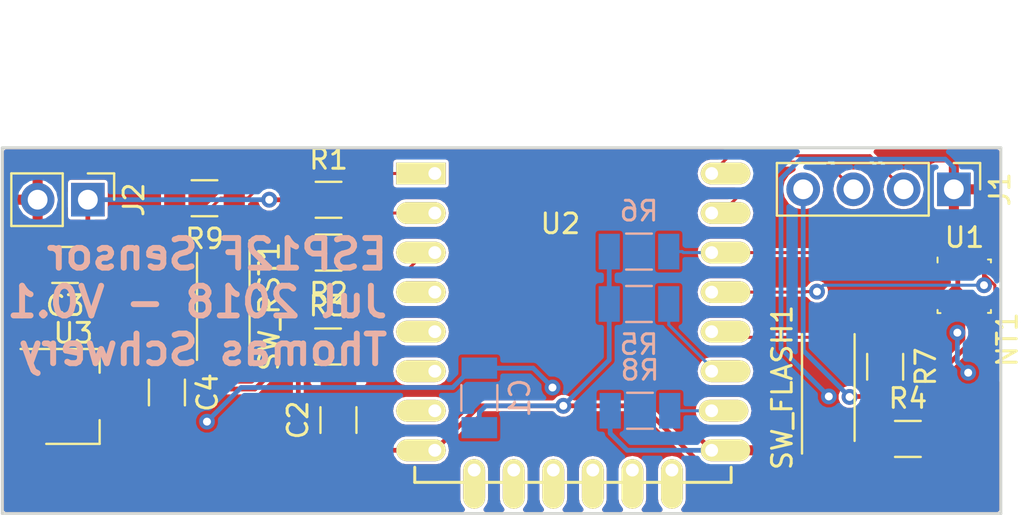
<source format=kicad_pcb>
(kicad_pcb (version 20171130) (host pcbnew "(6.0.0-rc1-dev-86-g887ee4693-dirty)")

  (general
    (thickness 1.6)
    (drawings 5)
    (tracks 178)
    (zones 0)
    (modules 21)
    (nets 25)
  )

  (page A4)
  (layers
    (0 F.Cu signal)
    (31 B.Cu signal)
    (32 B.Adhes user)
    (33 F.Adhes user)
    (34 B.Paste user)
    (35 F.Paste user)
    (36 B.SilkS user)
    (37 F.SilkS user)
    (38 B.Mask user)
    (39 F.Mask user)
    (40 Dwgs.User user)
    (41 Cmts.User user)
    (42 Eco1.User user)
    (43 Eco2.User user hide)
    (44 Edge.Cuts user)
    (45 Margin user hide)
    (46 B.CrtYd user)
    (47 F.CrtYd user)
    (48 B.Fab user hide)
    (49 F.Fab user hide)
  )

  (setup
    (last_trace_width 0.1524)
    (trace_clearance 0.1524)
    (zone_clearance 0)
    (zone_45_only yes)
    (trace_min 0.1524)
    (via_size 0.8)
    (via_drill 0.4)
    (via_min_size 0.127)
    (via_min_drill 0.254)
    (uvia_size 0.3)
    (uvia_drill 0.1)
    (uvias_allowed no)
    (uvia_min_size 0.2)
    (uvia_min_drill 0.1)
    (edge_width 0.15)
    (segment_width 0.2)
    (pcb_text_width 0.3)
    (pcb_text_size 1.5 1.5)
    (mod_edge_width 0.15)
    (mod_text_size 1 1)
    (mod_text_width 0.15)
    (pad_size 1.524 1.524)
    (pad_drill 0.762)
    (pad_to_mask_clearance 0.0508)
    (aux_axis_origin 0 0)
    (visible_elements FFFFFF7F)
    (pcbplotparams
      (layerselection 0x010fc_ffffffff)
      (usegerberextensions false)
      (usegerberattributes false)
      (usegerberadvancedattributes false)
      (creategerberjobfile false)
      (excludeedgelayer true)
      (linewidth 0.100000)
      (plotframeref false)
      (viasonmask false)
      (mode 1)
      (useauxorigin false)
      (hpglpennumber 1)
      (hpglpenspeed 20)
      (hpglpendiameter 15.000000)
      (psnegative false)
      (psa4output false)
      (plotreference true)
      (plotvalue true)
      (plotinvisibletext false)
      (padsonsilk false)
      (subtractmaskfromsilk false)
      (outputformat 1)
      (mirror false)
      (drillshape 0)
      (scaleselection 1)
      (outputdirectory "gerbers"))
  )

  (net 0 "")
  (net 1 +3V3)
  (net 2 GND)
  (net 3 RXD)
  (net 4 TXD)
  (net 5 RST)
  (net 6 ADC_IN)
  (net 7 "Net-(R3-Pad2)")
  (net 8 "Net-(U2-Pad4)")
  (net 9 "Net-(U2-Pad5)")
  (net 10 "Net-(U2-Pad6)")
  (net 11 "Net-(U2-Pad7)")
  (net 12 "Net-(U2-Pad9)")
  (net 13 "Net-(U2-Pad10)")
  (net 14 "Net-(U2-Pad11)")
  (net 15 "Net-(U2-Pad12)")
  (net 16 "Net-(U2-Pad13)")
  (net 17 "Net-(U2-Pad14)")
  (net 18 "Net-(R8-Pad1)")
  (net 19 "Net-(R5-Pad2)")
  (net 20 GPIO0)
  (net 21 SCL)
  (net 22 SDA)
  (net 23 +6V)
  (net 24 "Net-(NT1-Pad1)")

  (net_class Default "This is the default net class."
    (clearance 0.1524)
    (trace_width 0.1524)
    (via_dia 0.8)
    (via_drill 0.4)
    (uvia_dia 0.3)
    (uvia_drill 0.1)
    (add_net ADC_IN)
    (add_net GPIO0)
    (add_net "Net-(NT1-Pad1)")
    (add_net "Net-(R3-Pad2)")
    (add_net "Net-(R5-Pad2)")
    (add_net "Net-(R8-Pad1)")
    (add_net "Net-(U2-Pad10)")
    (add_net "Net-(U2-Pad11)")
    (add_net "Net-(U2-Pad12)")
    (add_net "Net-(U2-Pad13)")
    (add_net "Net-(U2-Pad14)")
    (add_net "Net-(U2-Pad4)")
    (add_net "Net-(U2-Pad5)")
    (add_net "Net-(U2-Pad6)")
    (add_net "Net-(U2-Pad7)")
    (add_net "Net-(U2-Pad9)")
    (add_net RST)
    (add_net RXD)
    (add_net SCL)
    (add_net SDA)
    (add_net TXD)
  )

  (net_class Power ""
    (clearance 0.1524)
    (trace_width 0.24)
    (via_dia 0.8)
    (via_drill 0.4)
    (uvia_dia 0.3)
    (uvia_drill 0.1)
    (add_net +3V3)
    (add_net +6V)
    (add_net GND)
  )

  (module custom:ESP-12E (layer F.Cu) (tedit 5B54A1EF) (tstamp 5B92DCE6)
    (at 144.375 75.05)
    (descr "Module, ESP-8266, ESP-12, 16 pad, SMD")
    (tags "Module ESP-8266 ESP8266")
    (path /5AE4B6A4)
    (fp_text reference U2 (at 6.35 2.54) (layer F.SilkS)
      (effects (font (size 1 1) (thickness 0.15)))
    )
    (fp_text value ESP-12E (at 6.35 6.35) (layer F.Fab) hide
      (effects (font (size 1 1) (thickness 0.15)))
    )
    (fp_line (start -1.008 -8.4) (end 14.992 -8.4) (layer F.Fab) (width 0.05))
    (fp_line (start -1.008 15.6) (end -1.008 -8.4) (layer F.Fab) (width 0.05))
    (fp_line (start 14.992 15.6) (end -1.008 15.6) (layer F.Fab) (width 0.05))
    (fp_line (start 15 -8.4) (end 15 15.6) (layer F.Fab) (width 0.05))
    (fp_line (start -1.008 -2.6) (end 14.992 -2.6) (layer F.CrtYd) (width 0.1524))
    (fp_text user "No Copper" (at 6.892 -5.4) (layer F.CrtYd)
      (effects (font (size 1 1) (thickness 0.15)))
    )
    (fp_line (start -1.008 -8.4) (end 14.992 -2.6) (layer F.CrtYd) (width 0.1524))
    (fp_line (start 14.992 -8.4) (end -1.008 -2.6) (layer F.CrtYd) (width 0.1524))
    (fp_line (start 14.986 15.621) (end 14.986 14.859) (layer F.SilkS) (width 0.1524))
    (fp_line (start -1.016 15.621) (end 14.986 15.621) (layer F.SilkS) (width 0.1524))
    (fp_line (start -1.016 14.859) (end -1.016 15.621) (layer F.SilkS) (width 0.1524))
    (fp_line (start -1.016 -8.382) (end 14.986 -8.382) (layer F.CrtYd) (width 0.1524))
    (fp_line (start -2.25 16) (end -2.25 -0.5) (layer F.CrtYd) (width 0.05))
    (fp_line (start 16.25 16) (end -2.25 16) (layer F.CrtYd) (width 0.05))
    (fp_line (start 16.25 -8.75) (end 16.25 16) (layer F.CrtYd) (width 0.05))
    (fp_line (start 15.25 -8.75) (end 16.25 -8.75) (layer F.CrtYd) (width 0.05))
    (fp_line (start -2.25 -8.75) (end 15.25 -8.75) (layer F.CrtYd) (width 0.05))
    (fp_line (start -2.25 -0.5) (end -2.25 -8.75) (layer F.CrtYd) (width 0.05))
    (pad 14 thru_hole oval (at 11.99 15 90) (size 2.5 1.1) (drill 0.65 (offset -0.7 0)) (layers *.Cu *.Mask F.SilkS)
      (net 17 "Net-(U2-Pad14)"))
    (pad 13 thru_hole oval (at 9.99 15 90) (size 2.5 1.1) (drill 0.65 (offset -0.7 0)) (layers *.Cu *.Mask F.SilkS)
      (net 16 "Net-(U2-Pad13)"))
    (pad 12 thru_hole oval (at 7.99 15 90) (size 2.5 1.1) (drill 0.65 (offset -0.7 0)) (layers *.Cu *.Mask F.SilkS)
      (net 15 "Net-(U2-Pad12)"))
    (pad 11 thru_hole oval (at 5.99 15 90) (size 2.5 1.1) (drill 0.65 (offset -0.7 0)) (layers *.Cu *.Mask F.SilkS)
      (net 14 "Net-(U2-Pad11)"))
    (pad 10 thru_hole oval (at 3.99 15 90) (size 2.5 1.1) (drill 0.65 (offset -0.7 0)) (layers *.Cu *.Mask F.SilkS)
      (net 13 "Net-(U2-Pad10)"))
    (pad 9 thru_hole oval (at 1.99 15 90) (size 2.5 1.1) (drill 0.65 (offset -0.7 0)) (layers *.Cu *.Mask F.SilkS)
      (net 12 "Net-(U2-Pad9)"))
    (pad 22 thru_hole oval (at 14 0) (size 2.5 1.1) (drill 0.65 (offset 0.7 0)) (layers *.Cu *.Mask F.SilkS)
      (net 4 TXD))
    (pad 21 thru_hole oval (at 14 2) (size 2.5 1.1) (drill 0.65 (offset 0.7 0)) (layers *.Cu *.Mask F.SilkS)
      (net 3 RXD))
    (pad 20 thru_hole oval (at 14 4) (size 2.5 1.1) (drill 0.65 (offset 0.7 0)) (layers *.Cu *.Mask F.SilkS)
      (net 22 SDA))
    (pad 19 thru_hole oval (at 14 6) (size 2.5 1.1) (drill 0.65 (offset 0.7 0)) (layers *.Cu *.Mask F.SilkS)
      (net 21 SCL))
    (pad 18 thru_hole oval (at 14 8) (size 2.5 1.1) (drill 0.65 (offset 0.7 0)) (layers *.Cu *.Mask F.SilkS)
      (net 20 GPIO0))
    (pad 17 thru_hole oval (at 14 10) (size 2.5 1.1) (drill 0.65 (offset 0.7 0)) (layers *.Cu *.Mask F.SilkS)
      (net 19 "Net-(R5-Pad2)"))
    (pad 16 thru_hole oval (at 14 12) (size 2.5 1.1) (drill 0.65 (offset 0.6 0)) (layers *.Cu *.Mask F.SilkS)
      (net 18 "Net-(R8-Pad1)"))
    (pad 15 thru_hole oval (at 14 14) (size 2.5 1.1) (drill 0.65 (offset 0.7 0)) (layers *.Cu *.Mask F.SilkS)
      (net 2 GND))
    (pad 8 thru_hole oval (at 0 14) (size 2.5 1.1) (drill 0.65 (offset -0.7 0)) (layers *.Cu *.Mask F.SilkS)
      (net 1 +3V3))
    (pad 7 thru_hole oval (at 0 12) (size 2.5 1.1) (drill 0.65 (offset -0.7 0)) (layers *.Cu *.Mask F.SilkS)
      (net 11 "Net-(U2-Pad7)"))
    (pad 6 thru_hole oval (at 0 10) (size 2.5 1.1) (drill 0.65 (offset -0.7 0)) (layers *.Cu *.Mask F.SilkS)
      (net 10 "Net-(U2-Pad6)"))
    (pad 5 thru_hole oval (at 0 8) (size 2.5 1.1) (drill 0.65 (offset -0.7 0)) (layers *.Cu *.Mask F.SilkS)
      (net 9 "Net-(U2-Pad5)"))
    (pad 4 thru_hole oval (at 0 6) (size 2.5 1.1) (drill 0.65 (offset -0.7 0)) (layers *.Cu *.Mask F.SilkS)
      (net 8 "Net-(U2-Pad4)"))
    (pad 3 thru_hole oval (at 0 4) (size 2.5 1.1) (drill 0.65 (offset -0.7 0)) (layers *.Cu *.Mask F.SilkS)
      (net 7 "Net-(R3-Pad2)"))
    (pad 2 thru_hole oval (at 0 2) (size 2.5 1.1) (drill 0.65 (offset -0.7 0)) (layers *.Cu *.Mask F.SilkS)
      (net 6 ADC_IN))
    (pad 1 thru_hole rect (at 0 0) (size 2.5 1.1) (drill 0.65 (offset -0.7 0)) (layers *.Cu *.Mask F.SilkS)
      (net 5 RST))
    (model ${ESPLIB}/ESP8266.3dshapes/ESP-12E.wrl
      (at (xyz 0 0 0))
      (scale (xyz 0.3937 0.3937 0.3937))
      (rotate (xyz 0 0 0))
    )
  )

  (module NetTie:NetTie-2_SMD_Pad0.5mm (layer F.Cu) (tedit 5A1CF6D3) (tstamp 5B92FECF)
    (at 172.125 83.45 270)
    (descr "Net tie, 2 pin, 0.5mm square SMD pads")
    (tags "net tie")
    (path /5B557988)
    (attr virtual)
    (fp_text reference NT1 (at 0 -1.2 270) (layer F.SilkS)
      (effects (font (size 1 1) (thickness 0.15)))
    )
    (fp_text value Net-Tie_2 (at 0 1.2 270) (layer F.Fab)
      (effects (font (size 1 1) (thickness 0.15)))
    )
    (fp_poly (pts (xy -0.5 -0.25) (xy 0.5 -0.25) (xy 0.5 0.25) (xy -0.5 0.25)) (layer F.Cu) (width 0))
    (fp_line (start 1 -0.5) (end -1 -0.5) (layer F.CrtYd) (width 0.05))
    (fp_line (start 1 0.5) (end 1 -0.5) (layer F.CrtYd) (width 0.05))
    (fp_line (start -1 0.5) (end 1 0.5) (layer F.CrtYd) (width 0.05))
    (fp_line (start -1 -0.5) (end -1 0.5) (layer F.CrtYd) (width 0.05))
    (pad 1 smd circle (at -0.5 0 270) (size 0.5 0.5) (layers F.Cu)
      (net 24 "Net-(NT1-Pad1)"))
    (pad 2 smd circle (at 0.5 0 270) (size 0.5 0.5) (layers F.Cu)
      (net 2 GND))
  )

  (module Capacitor_SMD:C_1206_3216Metric (layer F.Cu) (tedit 59FE48B8) (tstamp 5B92E814)
    (at 139.5 87.52 90)
    (descr "Capacitor SMD 1206 (3216 Metric), square (rectangular) end terminal, IPC_7351 nominal, (Body size source: http://www.tortai-tech.com/upload/download/2011102023233369053.pdf), generated with kicad-footprint-generator")
    (tags capacitor)
    (path /5B553442)
    (attr smd)
    (fp_text reference C2 (at 0 -2.05 90) (layer F.SilkS)
      (effects (font (size 1 1) (thickness 0.15)))
    )
    (fp_text value 100nF (at 0 2.05 90) (layer F.Fab)
      (effects (font (size 1 1) (thickness 0.15)))
    )
    (fp_line (start -1.6 0.8) (end -1.6 -0.8) (layer F.Fab) (width 0.1))
    (fp_line (start -1.6 -0.8) (end 1.6 -0.8) (layer F.Fab) (width 0.1))
    (fp_line (start 1.6 -0.8) (end 1.6 0.8) (layer F.Fab) (width 0.1))
    (fp_line (start 1.6 0.8) (end -1.6 0.8) (layer F.Fab) (width 0.1))
    (fp_line (start -0.65 -0.91) (end 0.65 -0.91) (layer F.SilkS) (width 0.12))
    (fp_line (start -0.65 0.91) (end 0.65 0.91) (layer F.SilkS) (width 0.12))
    (fp_line (start -2.29 1.15) (end -2.29 -1.15) (layer F.CrtYd) (width 0.05))
    (fp_line (start -2.29 -1.15) (end 2.29 -1.15) (layer F.CrtYd) (width 0.05))
    (fp_line (start 2.29 -1.15) (end 2.29 1.15) (layer F.CrtYd) (width 0.05))
    (fp_line (start 2.29 1.15) (end -2.29 1.15) (layer F.CrtYd) (width 0.05))
    (fp_text user %R (at 0 0 90) (layer F.Fab)
      (effects (font (size 0.8 0.8) (thickness 0.12)))
    )
    (pad 1 smd rect (at -1.505 0 90) (size 1.07 1.8) (layers F.Cu F.Paste F.Mask)
      (net 1 +3V3))
    (pad 2 smd rect (at 1.505 0 90) (size 1.07 1.8) (layers F.Cu F.Paste F.Mask)
      (net 2 GND))
    (model ${KISYS3DMOD}/Capacitor_SMD.3dshapes/C_1206_3216Metric.wrl
      (at (xyz 0 0 0))
      (scale (xyz 1 1 1))
      (rotate (xyz 0 0 0))
    )
  )

  (module Package_TO_SOT_SMD:SOT-89-3 (layer F.Cu) (tedit 5A02FF57) (tstamp 5B92E538)
    (at 125.6415 86.325)
    (descr SOT-89-3)
    (tags SOT-89-3)
    (path /5B54B3F5)
    (attr smd)
    (fp_text reference U3 (at 0.45 -3.2) (layer F.SilkS)
      (effects (font (size 1 1) (thickness 0.15)))
    )
    (fp_text value MCP1703A-3302_SOT89 (at 0.45 3.25) (layer F.Fab)
      (effects (font (size 1 1) (thickness 0.15)))
    )
    (fp_text user %R (at 0.38 0 90) (layer F.Fab)
      (effects (font (size 0.6 0.6) (thickness 0.09)))
    )
    (fp_line (start 1.78 1.2) (end 1.78 2.4) (layer F.SilkS) (width 0.12))
    (fp_line (start 1.78 2.4) (end -0.92 2.4) (layer F.SilkS) (width 0.12))
    (fp_line (start -2.22 -2.4) (end 1.78 -2.4) (layer F.SilkS) (width 0.12))
    (fp_line (start 1.78 -2.4) (end 1.78 -1.2) (layer F.SilkS) (width 0.12))
    (fp_line (start -0.92 -1.51) (end -0.13 -2.3) (layer F.Fab) (width 0.1))
    (fp_line (start 1.68 -2.3) (end 1.68 2.3) (layer F.Fab) (width 0.1))
    (fp_line (start 1.68 2.3) (end -0.92 2.3) (layer F.Fab) (width 0.1))
    (fp_line (start -0.92 2.3) (end -0.92 -1.51) (layer F.Fab) (width 0.1))
    (fp_line (start -0.13 -2.3) (end 1.68 -2.3) (layer F.Fab) (width 0.1))
    (fp_line (start 3.23 -2.55) (end 3.23 2.55) (layer F.CrtYd) (width 0.05))
    (fp_line (start 3.23 -2.55) (end -2.48 -2.55) (layer F.CrtYd) (width 0.05))
    (fp_line (start -2.48 2.55) (end 3.23 2.55) (layer F.CrtYd) (width 0.05))
    (fp_line (start -2.48 2.55) (end -2.48 -2.55) (layer F.CrtYd) (width 0.05))
    (pad 2 smd trapezoid (at 2.667 0 270) (size 1.6 0.85) (rect_delta 0 0.6 ) (layers F.Cu F.Paste F.Mask)
      (net 23 +6V))
    (pad 1 smd rect (at -1.48 -1.5 270) (size 1 1.5) (layers F.Cu F.Paste F.Mask)
      (net 2 GND))
    (pad 2 smd rect (at -1.3335 0 270) (size 1 1.8) (layers F.Cu F.Paste F.Mask)
      (net 23 +6V))
    (pad 3 smd rect (at -1.48 1.5 270) (size 1 1.5) (layers F.Cu F.Paste F.Mask)
      (net 1 +3V3))
    (pad 2 smd rect (at 1.3335 0 270) (size 2.2 1.84) (layers F.Cu F.Paste F.Mask)
      (net 23 +6V))
    (pad 2 smd trapezoid (at -0.0762 0 90) (size 1.5 1) (rect_delta 0 0.7 ) (layers F.Cu F.Paste F.Mask)
      (net 23 +6V))
    (model ${KISYS3DMOD}/Package_TO_SOT_SMD.3dshapes/SOT-89-3.wrl
      (at (xyz 0 0 0))
      (scale (xyz 1 1 1))
      (rotate (xyz 0 0 0))
    )
  )

  (module Buttons_Switches_SMD:SW_DIP_x1_W5.08mm_Slide_Copal_CHS-A (layer F.Cu) (tedit 59ACAC86) (tstamp 5B92A73A)
    (at 133.675 81.775 270)
    (descr "1x-dip-switch, Slide, row spacing 5.08 mm (200 mils), Copal_CHS-A")
    (tags "DIP Switch Slide 5.08mm 200mil Copal_CHS-A")
    (path /5AE4BA34)
    (attr smd)
    (fp_text reference SW_RST1 (at 0 -2.33 270) (layer F.SilkS)
      (effects (font (size 1 1) (thickness 0.15)))
    )
    (fp_text value SW_Push (at 0 2.33 270) (layer F.Fab)
      (effects (font (size 1 1) (thickness 0.15)))
    )
    (fp_line (start -1.7 -1.27) (end 2.7 -1.27) (layer F.Fab) (width 0.1))
    (fp_line (start 2.7 -1.27) (end 2.7 1.27) (layer F.Fab) (width 0.1))
    (fp_line (start 2.7 1.27) (end -2.7 1.27) (layer F.Fab) (width 0.1))
    (fp_line (start -2.7 1.27) (end -2.7 -0.27) (layer F.Fab) (width 0.1))
    (fp_line (start -2.7 -0.27) (end -1.7 -1.27) (layer F.Fab) (width 0.1))
    (fp_line (start -1.5 -0.25) (end -1.5 0.25) (layer F.Fab) (width 0.1))
    (fp_line (start -1.5 0.25) (end 1.5 0.25) (layer F.Fab) (width 0.1))
    (fp_line (start 1.5 0.25) (end 1.5 -0.25) (layer F.Fab) (width 0.1))
    (fp_line (start 1.5 -0.25) (end -1.5 -0.25) (layer F.Fab) (width 0.1))
    (fp_line (start 0 -0.25) (end 0 0.25) (layer F.Fab) (width 0.1))
    (fp_line (start -3.34 -1.33) (end 2.7 -1.33) (layer F.SilkS) (width 0.12))
    (fp_line (start -2.7 1.33) (end 2.7 1.33) (layer F.SilkS) (width 0.12))
    (fp_line (start -3.6 -1.6) (end -3.6 1.6) (layer F.CrtYd) (width 0.05))
    (fp_line (start -3.6 1.6) (end 3.6 1.6) (layer F.CrtYd) (width 0.05))
    (fp_line (start 3.6 1.6) (end 3.6 -1.6) (layer F.CrtYd) (width 0.05))
    (fp_line (start 3.6 -1.6) (end -3.6 -1.6) (layer F.CrtYd) (width 0.05))
    (fp_text user %R (at 2.1 0) (layer F.Fab)
      (effects (font (size 0.6 0.6) (thickness 0.15)))
    )
    (pad 1 smd rect (at -2.54 0 270) (size 1.6 0.76) (layers F.Cu F.Paste F.Mask)
      (net 2 GND))
    (pad 2 smd rect (at 2.54 0 270) (size 1.6 0.76) (layers F.Cu F.Paste F.Mask)
      (net 5 RST))
    (model ${KISYS3DMOD}/Buttons_Switches_SMD.3dshapes/SW_DIP_x1_W5.08mm_Slide_Copal_CHS-A.wrl
      (at (xyz 0 0 0))
      (scale (xyz 1 1 1))
      (rotate (xyz 0 0 0))
    )
  )

  (module Buttons_Switches_SMD:SW_DIP_x1_W5.08mm_Slide_Copal_CHS-A (layer F.Cu) (tedit 59ACAC86) (tstamp 5B92A724)
    (at 164.275 85.875 90)
    (descr "1x-dip-switch, Slide, row spacing 5.08 mm (200 mils), Copal_CHS-A")
    (tags "DIP Switch Slide 5.08mm 200mil Copal_CHS-A")
    (path /5AE4BA6C)
    (attr smd)
    (fp_text reference SW_FLASH1 (at 0 -2.33 90) (layer F.SilkS)
      (effects (font (size 1 1) (thickness 0.15)))
    )
    (fp_text value SW_Push (at 0 2.33 90) (layer F.Fab)
      (effects (font (size 1 1) (thickness 0.15)))
    )
    (fp_text user %R (at 2.1 0 180) (layer F.Fab)
      (effects (font (size 0.6 0.6) (thickness 0.15)))
    )
    (fp_line (start 3.6 -1.6) (end -3.6 -1.6) (layer F.CrtYd) (width 0.05))
    (fp_line (start 3.6 1.6) (end 3.6 -1.6) (layer F.CrtYd) (width 0.05))
    (fp_line (start -3.6 1.6) (end 3.6 1.6) (layer F.CrtYd) (width 0.05))
    (fp_line (start -3.6 -1.6) (end -3.6 1.6) (layer F.CrtYd) (width 0.05))
    (fp_line (start -2.7 1.33) (end 2.7 1.33) (layer F.SilkS) (width 0.12))
    (fp_line (start -3.34 -1.33) (end 2.7 -1.33) (layer F.SilkS) (width 0.12))
    (fp_line (start 0 -0.25) (end 0 0.25) (layer F.Fab) (width 0.1))
    (fp_line (start 1.5 -0.25) (end -1.5 -0.25) (layer F.Fab) (width 0.1))
    (fp_line (start 1.5 0.25) (end 1.5 -0.25) (layer F.Fab) (width 0.1))
    (fp_line (start -1.5 0.25) (end 1.5 0.25) (layer F.Fab) (width 0.1))
    (fp_line (start -1.5 -0.25) (end -1.5 0.25) (layer F.Fab) (width 0.1))
    (fp_line (start -2.7 -0.27) (end -1.7 -1.27) (layer F.Fab) (width 0.1))
    (fp_line (start -2.7 1.27) (end -2.7 -0.27) (layer F.Fab) (width 0.1))
    (fp_line (start 2.7 1.27) (end -2.7 1.27) (layer F.Fab) (width 0.1))
    (fp_line (start 2.7 -1.27) (end 2.7 1.27) (layer F.Fab) (width 0.1))
    (fp_line (start -1.7 -1.27) (end 2.7 -1.27) (layer F.Fab) (width 0.1))
    (pad 2 smd rect (at 2.54 0 90) (size 1.6 0.76) (layers F.Cu F.Paste F.Mask)
      (net 20 GPIO0))
    (pad 1 smd rect (at -2.54 0 90) (size 1.6 0.76) (layers F.Cu F.Paste F.Mask)
      (net 2 GND))
    (model ${KISYS3DMOD}/Buttons_Switches_SMD.3dshapes/SW_DIP_x1_W5.08mm_Slide_Copal_CHS-A.wrl
      (at (xyz 0 0 0))
      (scale (xyz 1 1 1))
      (rotate (xyz 0 0 0))
    )
  )

  (module Package_LGA:Bosch_LGA-8_2.5x2.5mm_P0.65mm_ClockwisePinNumbering (layer F.Cu) (tedit 5A0FA816) (tstamp 5B92ED81)
    (at 171.15 80.75)
    (descr LGA-8)
    (tags "lga land grid array")
    (path /5B552FC6)
    (attr smd)
    (fp_text reference U1 (at 0.015 -2.465) (layer F.SilkS)
      (effects (font (size 1 1) (thickness 0.15)))
    )
    (fp_text value BME280 (at 0.015 2.535) (layer F.Fab)
      (effects (font (size 1 1) (thickness 0.15)))
    )
    (fp_text user %R (at 0 0 180) (layer F.Fab)
      (effects (font (size 0.5 0.5) (thickness 0.075)))
    )
    (fp_line (start -1.35 1.36) (end -1.2 1.36) (layer F.SilkS) (width 0.1))
    (fp_line (start -1.25 -0.5) (end -0.5 -1.25) (layer F.Fab) (width 0.1))
    (fp_line (start -1.35 1.35) (end -1.35 1.2) (layer F.SilkS) (width 0.1))
    (fp_line (start 1.35 1.35) (end 1.35 1.2) (layer F.SilkS) (width 0.1))
    (fp_line (start 1.35 1.35) (end 1.2 1.35) (layer F.SilkS) (width 0.1))
    (fp_line (start 1.2 -1.35) (end 1.35 -1.35) (layer F.SilkS) (width 0.1))
    (fp_line (start 1.35 -1.35) (end 1.35 -1.2) (layer F.SilkS) (width 0.1))
    (fp_line (start -1.35 -1.2) (end -1.35 -1.45) (layer F.SilkS) (width 0.1))
    (fp_line (start -1.25 1.25) (end -1.25 -0.5) (layer F.Fab) (width 0.1))
    (fp_line (start -0.5 -1.25) (end 1.25 -1.25) (layer F.Fab) (width 0.1))
    (fp_line (start 1.25 -1.25) (end 1.25 1.25) (layer F.Fab) (width 0.1))
    (fp_line (start 1.25 1.25) (end -1.25 1.25) (layer F.Fab) (width 0.1))
    (fp_line (start -1.41 1.54) (end -1.41 -1.54) (layer F.CrtYd) (width 0.05))
    (fp_line (start -1.41 -1.54) (end 1.41 -1.54) (layer F.CrtYd) (width 0.05))
    (fp_line (start 1.41 -1.54) (end 1.41 1.54) (layer F.CrtYd) (width 0.05))
    (fp_line (start 1.41 1.54) (end -1.41 1.54) (layer F.CrtYd) (width 0.05))
    (pad 4 smd rect (at 0.975 -1.025 90) (size 0.5 0.35) (layers F.Cu F.Paste F.Mask)
      (net 21 SCL))
    (pad 3 smd rect (at 0.325 -1.025 90) (size 0.5 0.35) (layers F.Cu F.Paste F.Mask)
      (net 22 SDA))
    (pad 2 smd rect (at -0.325 -1.025 90) (size 0.5 0.35) (layers F.Cu F.Paste F.Mask)
      (net 1 +3V3))
    (pad 1 smd rect (at -0.975 -1.025 90) (size 0.5 0.35) (layers F.Cu F.Paste F.Mask)
      (net 2 GND))
    (pad 8 smd rect (at -0.975 1.025 90) (size 0.5 0.35) (layers F.Cu F.Paste F.Mask)
      (net 1 +3V3))
    (pad 7 smd rect (at -0.325 1.025 90) (size 0.5 0.35) (layers F.Cu F.Paste F.Mask)
      (net 2 GND))
    (pad 6 smd rect (at 0.325 1.025 90) (size 0.5 0.35) (layers F.Cu F.Paste F.Mask)
      (net 1 +3V3))
    (pad 5 smd rect (at 0.975 1.025 90) (size 0.5 0.35) (layers F.Cu F.Paste F.Mask)
      (net 24 "Net-(NT1-Pad1)"))
    (model ${KISYS3DMOD}/Package_LGA.3dshapes/Bosch_LGA-8_2.5x2.5mm_P0.65mm_ClockwisePinNumbering.wrl
      (offset (xyz 0.01500000025472259 -0.03500000059435272 0))
      (scale (xyz 1 1 1))
      (rotate (xyz 0 0 0))
    )
  )

  (module Capacitor_SMD:C_1206_3216Metric (layer B.Cu) (tedit 59FE48B8) (tstamp 5B7E7572)
    (at 146.625 86.4 90)
    (descr "Capacitor SMD 1206 (3216 Metric), square (rectangular) end terminal, IPC_7351 nominal, (Body size source: http://www.tortai-tech.com/upload/download/2011102023233369053.pdf), generated with kicad-footprint-generator")
    (tags capacitor)
    (path /5B5533D3)
    (attr smd)
    (fp_text reference C1 (at 0 2.05 90) (layer B.SilkS)
      (effects (font (size 1 1) (thickness 0.15)) (justify mirror))
    )
    (fp_text value 100nF (at 0 -2.05 90) (layer B.Fab)
      (effects (font (size 1 1) (thickness 0.15)) (justify mirror))
    )
    (fp_text user %R (at 0 0 90) (layer B.Fab)
      (effects (font (size 0.8 0.8) (thickness 0.12)) (justify mirror))
    )
    (fp_line (start 2.29 -1.15) (end -2.29 -1.15) (layer B.CrtYd) (width 0.05))
    (fp_line (start 2.29 1.15) (end 2.29 -1.15) (layer B.CrtYd) (width 0.05))
    (fp_line (start -2.29 1.15) (end 2.29 1.15) (layer B.CrtYd) (width 0.05))
    (fp_line (start -2.29 -1.15) (end -2.29 1.15) (layer B.CrtYd) (width 0.05))
    (fp_line (start -0.65 -0.91) (end 0.65 -0.91) (layer B.SilkS) (width 0.12))
    (fp_line (start -0.65 0.91) (end 0.65 0.91) (layer B.SilkS) (width 0.12))
    (fp_line (start 1.6 -0.8) (end -1.6 -0.8) (layer B.Fab) (width 0.1))
    (fp_line (start 1.6 0.8) (end 1.6 -0.8) (layer B.Fab) (width 0.1))
    (fp_line (start -1.6 0.8) (end 1.6 0.8) (layer B.Fab) (width 0.1))
    (fp_line (start -1.6 -0.8) (end -1.6 0.8) (layer B.Fab) (width 0.1))
    (pad 2 smd rect (at 1.505 0 90) (size 1.07 1.8) (layers B.Cu B.Paste B.Mask)
      (net 2 GND))
    (pad 1 smd rect (at -1.505 0 90) (size 1.07 1.8) (layers B.Cu B.Paste B.Mask)
      (net 1 +3V3))
    (model ${KISYS3DMOD}/Capacitor_SMD.3dshapes/C_1206_3216Metric.wrl
      (at (xyz 0 0 0))
      (scale (xyz 1 1 1))
      (rotate (xyz 0 0 0))
    )
  )

  (module Capacitor_SMD:C_1206_3216Metric (layer F.Cu) (tedit 59FE48B8) (tstamp 5B7E7550)
    (at 125.675 79.675 180)
    (descr "Capacitor SMD 1206 (3216 Metric), square (rectangular) end terminal, IPC_7351 nominal, (Body size source: http://www.tortai-tech.com/upload/download/2011102023233369053.pdf), generated with kicad-footprint-generator")
    (tags capacitor)
    (path /5B54CC2A)
    (attr smd)
    (fp_text reference C3 (at 0 -2.05 180) (layer F.SilkS)
      (effects (font (size 1 1) (thickness 0.15)))
    )
    (fp_text value 10uF (at 0 2.05 180) (layer F.Fab)
      (effects (font (size 1 1) (thickness 0.15)))
    )
    (fp_text user %R (at 0 0 180) (layer F.Fab)
      (effects (font (size 0.8 0.8) (thickness 0.12)))
    )
    (fp_line (start 2.29 1.15) (end -2.29 1.15) (layer F.CrtYd) (width 0.05))
    (fp_line (start 2.29 -1.15) (end 2.29 1.15) (layer F.CrtYd) (width 0.05))
    (fp_line (start -2.29 -1.15) (end 2.29 -1.15) (layer F.CrtYd) (width 0.05))
    (fp_line (start -2.29 1.15) (end -2.29 -1.15) (layer F.CrtYd) (width 0.05))
    (fp_line (start -0.65 0.91) (end 0.65 0.91) (layer F.SilkS) (width 0.12))
    (fp_line (start -0.65 -0.91) (end 0.65 -0.91) (layer F.SilkS) (width 0.12))
    (fp_line (start 1.6 0.8) (end -1.6 0.8) (layer F.Fab) (width 0.1))
    (fp_line (start 1.6 -0.8) (end 1.6 0.8) (layer F.Fab) (width 0.1))
    (fp_line (start -1.6 -0.8) (end 1.6 -0.8) (layer F.Fab) (width 0.1))
    (fp_line (start -1.6 0.8) (end -1.6 -0.8) (layer F.Fab) (width 0.1))
    (pad 2 smd rect (at 1.505 0 180) (size 1.07 1.8) (layers F.Cu F.Paste F.Mask)
      (net 2 GND))
    (pad 1 smd rect (at -1.505 0 180) (size 1.07 1.8) (layers F.Cu F.Paste F.Mask)
      (net 23 +6V))
    (model ${KISYS3DMOD}/Capacitor_SMD.3dshapes/C_1206_3216Metric.wrl
      (at (xyz 0 0 0))
      (scale (xyz 1 1 1))
      (rotate (xyz 0 0 0))
    )
  )

  (module Capacitor_SMD:C_1206_3216Metric (layer F.Cu) (tedit 59FE48B8) (tstamp 5B7E753F)
    (at 130.825 86.125 270)
    (descr "Capacitor SMD 1206 (3216 Metric), square (rectangular) end terminal, IPC_7351 nominal, (Body size source: http://www.tortai-tech.com/upload/download/2011102023233369053.pdf), generated with kicad-footprint-generator")
    (tags capacitor)
    (path /5B54CBA8)
    (attr smd)
    (fp_text reference C4 (at 0 -2.05 270) (layer F.SilkS)
      (effects (font (size 1 1) (thickness 0.15)))
    )
    (fp_text value 10uF (at 0 2.05 270) (layer F.Fab)
      (effects (font (size 1 1) (thickness 0.15)))
    )
    (fp_line (start -1.6 0.8) (end -1.6 -0.8) (layer F.Fab) (width 0.1))
    (fp_line (start -1.6 -0.8) (end 1.6 -0.8) (layer F.Fab) (width 0.1))
    (fp_line (start 1.6 -0.8) (end 1.6 0.8) (layer F.Fab) (width 0.1))
    (fp_line (start 1.6 0.8) (end -1.6 0.8) (layer F.Fab) (width 0.1))
    (fp_line (start -0.65 -0.91) (end 0.65 -0.91) (layer F.SilkS) (width 0.12))
    (fp_line (start -0.65 0.91) (end 0.65 0.91) (layer F.SilkS) (width 0.12))
    (fp_line (start -2.29 1.15) (end -2.29 -1.15) (layer F.CrtYd) (width 0.05))
    (fp_line (start -2.29 -1.15) (end 2.29 -1.15) (layer F.CrtYd) (width 0.05))
    (fp_line (start 2.29 -1.15) (end 2.29 1.15) (layer F.CrtYd) (width 0.05))
    (fp_line (start 2.29 1.15) (end -2.29 1.15) (layer F.CrtYd) (width 0.05))
    (fp_text user %R (at 0 0 270) (layer F.Fab)
      (effects (font (size 0.8 0.8) (thickness 0.12)))
    )
    (pad 1 smd rect (at -1.505 0 270) (size 1.07 1.8) (layers F.Cu F.Paste F.Mask)
      (net 1 +3V3))
    (pad 2 smd rect (at 1.505 0 270) (size 1.07 1.8) (layers F.Cu F.Paste F.Mask)
      (net 2 GND))
    (model ${KISYS3DMOD}/Capacitor_SMD.3dshapes/C_1206_3216Metric.wrl
      (at (xyz 0 0 0))
      (scale (xyz 1 1 1))
      (rotate (xyz 0 0 0))
    )
  )

  (module Connector_PinHeader_2.54mm:PinHeader_1x02_P2.54mm_Vertical (layer F.Cu) (tedit 59FED5CC) (tstamp 5B92E49E)
    (at 126.825 76.375 270)
    (descr "Through hole straight pin header, 1x02, 2.54mm pitch, single row")
    (tags "Through hole pin header THT 1x02 2.54mm single row")
    (path /5B54E37A)
    (fp_text reference J2 (at 0 -2.33 270) (layer F.SilkS)
      (effects (font (size 1 1) (thickness 0.15)))
    )
    (fp_text value Conn_01x02 (at 0 4.87 270) (layer F.Fab)
      (effects (font (size 1 1) (thickness 0.15)))
    )
    (fp_line (start -0.635 -1.27) (end 1.27 -1.27) (layer F.Fab) (width 0.1))
    (fp_line (start 1.27 -1.27) (end 1.27 3.81) (layer F.Fab) (width 0.1))
    (fp_line (start 1.27 3.81) (end -1.27 3.81) (layer F.Fab) (width 0.1))
    (fp_line (start -1.27 3.81) (end -1.27 -0.635) (layer F.Fab) (width 0.1))
    (fp_line (start -1.27 -0.635) (end -0.635 -1.27) (layer F.Fab) (width 0.1))
    (fp_line (start -1.33 3.87) (end 1.33 3.87) (layer F.SilkS) (width 0.12))
    (fp_line (start -1.33 1.27) (end -1.33 3.87) (layer F.SilkS) (width 0.12))
    (fp_line (start 1.33 1.27) (end 1.33 3.87) (layer F.SilkS) (width 0.12))
    (fp_line (start -1.33 1.27) (end 1.33 1.27) (layer F.SilkS) (width 0.12))
    (fp_line (start -1.33 0) (end -1.33 -1.33) (layer F.SilkS) (width 0.12))
    (fp_line (start -1.33 -1.33) (end 0 -1.33) (layer F.SilkS) (width 0.12))
    (fp_line (start -1.8 -1.8) (end -1.8 4.35) (layer F.CrtYd) (width 0.05))
    (fp_line (start -1.8 4.35) (end 1.8 4.35) (layer F.CrtYd) (width 0.05))
    (fp_line (start 1.8 4.35) (end 1.8 -1.8) (layer F.CrtYd) (width 0.05))
    (fp_line (start 1.8 -1.8) (end -1.8 -1.8) (layer F.CrtYd) (width 0.05))
    (fp_text user %R (at 0 1.27) (layer F.Fab)
      (effects (font (size 1 1) (thickness 0.15)))
    )
    (pad 1 thru_hole rect (at 0 0 270) (size 1.7 1.7) (drill 1) (layers *.Cu *.Mask)
      (net 23 +6V))
    (pad 2 thru_hole oval (at 0 2.54 270) (size 1.7 1.7) (drill 1) (layers *.Cu *.Mask)
      (net 2 GND))
    (model ${KISYS3DMOD}/Connector_PinHeader_2.54mm.3dshapes/PinHeader_1x02_P2.54mm_Vertical.wrl
      (at (xyz 0 0 0))
      (scale (xyz 1 1 1))
      (rotate (xyz 0 0 0))
    )
  )

  (module Connector_PinHeader_2.54mm:PinHeader_1x04_P2.54mm_Vertical (layer F.Cu) (tedit 59FED5CC) (tstamp 5B7E7518)
    (at 170.625 75.85 270)
    (descr "Through hole straight pin header, 1x04, 2.54mm pitch, single row")
    (tags "Through hole pin header THT 1x04 2.54mm single row")
    (path /5AE4D822)
    (fp_text reference J1 (at 0 -2.33 270) (layer F.SilkS)
      (effects (font (size 1 1) (thickness 0.15)))
    )
    (fp_text value Conn_01x04_Male (at 0 9.95 270) (layer F.Fab)
      (effects (font (size 1 1) (thickness 0.15)))
    )
    (fp_line (start -0.635 -1.27) (end 1.27 -1.27) (layer F.Fab) (width 0.1))
    (fp_line (start 1.27 -1.27) (end 1.27 8.89) (layer F.Fab) (width 0.1))
    (fp_line (start 1.27 8.89) (end -1.27 8.89) (layer F.Fab) (width 0.1))
    (fp_line (start -1.27 8.89) (end -1.27 -0.635) (layer F.Fab) (width 0.1))
    (fp_line (start -1.27 -0.635) (end -0.635 -1.27) (layer F.Fab) (width 0.1))
    (fp_line (start -1.33 8.95) (end 1.33 8.95) (layer F.SilkS) (width 0.12))
    (fp_line (start -1.33 1.27) (end -1.33 8.95) (layer F.SilkS) (width 0.12))
    (fp_line (start 1.33 1.27) (end 1.33 8.95) (layer F.SilkS) (width 0.12))
    (fp_line (start -1.33 1.27) (end 1.33 1.27) (layer F.SilkS) (width 0.12))
    (fp_line (start -1.33 0) (end -1.33 -1.33) (layer F.SilkS) (width 0.12))
    (fp_line (start -1.33 -1.33) (end 0 -1.33) (layer F.SilkS) (width 0.12))
    (fp_line (start -1.8 -1.8) (end -1.8 9.4) (layer F.CrtYd) (width 0.05))
    (fp_line (start -1.8 9.4) (end 1.8 9.4) (layer F.CrtYd) (width 0.05))
    (fp_line (start 1.8 9.4) (end 1.8 -1.8) (layer F.CrtYd) (width 0.05))
    (fp_line (start 1.8 -1.8) (end -1.8 -1.8) (layer F.CrtYd) (width 0.05))
    (fp_text user %R (at 0 3.81) (layer F.Fab)
      (effects (font (size 1 1) (thickness 0.15)))
    )
    (pad 1 thru_hole rect (at 0 0 270) (size 1.7 1.7) (drill 1) (layers *.Cu *.Mask)
      (net 2 GND))
    (pad 2 thru_hole oval (at 0 2.54 270) (size 1.7 1.7) (drill 1) (layers *.Cu *.Mask)
      (net 4 TXD))
    (pad 3 thru_hole oval (at 0 5.08 270) (size 1.7 1.7) (drill 1) (layers *.Cu *.Mask)
      (net 3 RXD))
    (pad 4 thru_hole oval (at 0 7.62 270) (size 1.7 1.7) (drill 1) (layers *.Cu *.Mask)
      (net 1 +3V3))
    (model ${KISYS3DMOD}/Connector_PinHeader_2.54mm.3dshapes/PinHeader_1x04_P2.54mm_Vertical.wrl
      (at (xyz 0 0 0))
      (scale (xyz 1 1 1))
      (rotate (xyz 0 0 0))
    )
  )

  (module Resistor_SMD:R_1206_3216Metric (layer B.Cu) (tedit 59FE48B8) (tstamp 5B7E74E8)
    (at 154.7 81.65)
    (descr "Resistor SMD 1206 (3216 Metric), square (rectangular) end terminal, IPC_7351 nominal, (Body size source: http://www.tortai-tech.com/upload/download/2011102023233369053.pdf), generated with kicad-footprint-generator")
    (tags resistor)
    (path /5AE4C94C)
    (attr smd)
    (fp_text reference R5 (at 0 2.05) (layer B.SilkS)
      (effects (font (size 1 1) (thickness 0.15)) (justify mirror))
    )
    (fp_text value 10k (at 0 -2.05) (layer B.Fab)
      (effects (font (size 1 1) (thickness 0.15)) (justify mirror))
    )
    (fp_text user %R (at 0 0) (layer B.Fab)
      (effects (font (size 0.8 0.8) (thickness 0.12)) (justify mirror))
    )
    (fp_line (start 2.29 -1.15) (end -2.29 -1.15) (layer B.CrtYd) (width 0.05))
    (fp_line (start 2.29 1.15) (end 2.29 -1.15) (layer B.CrtYd) (width 0.05))
    (fp_line (start -2.29 1.15) (end 2.29 1.15) (layer B.CrtYd) (width 0.05))
    (fp_line (start -2.29 -1.15) (end -2.29 1.15) (layer B.CrtYd) (width 0.05))
    (fp_line (start -0.65 -0.91) (end 0.65 -0.91) (layer B.SilkS) (width 0.12))
    (fp_line (start -0.65 0.91) (end 0.65 0.91) (layer B.SilkS) (width 0.12))
    (fp_line (start 1.6 -0.8) (end -1.6 -0.8) (layer B.Fab) (width 0.1))
    (fp_line (start 1.6 0.8) (end 1.6 -0.8) (layer B.Fab) (width 0.1))
    (fp_line (start -1.6 0.8) (end 1.6 0.8) (layer B.Fab) (width 0.1))
    (fp_line (start -1.6 -0.8) (end -1.6 0.8) (layer B.Fab) (width 0.1))
    (pad 2 smd rect (at 1.505 0) (size 1.07 1.8) (layers B.Cu B.Paste B.Mask)
      (net 19 "Net-(R5-Pad2)"))
    (pad 1 smd rect (at -1.505 0) (size 1.07 1.8) (layers B.Cu B.Paste B.Mask)
      (net 1 +3V3))
    (model ${KISYS3DMOD}/Resistor_SMD.3dshapes/R_1206_3216Metric.wrl
      (at (xyz 0 0 0))
      (scale (xyz 1 1 1))
      (rotate (xyz 0 0 0))
    )
  )

  (module Resistor_SMD:R_1206_3216Metric (layer F.Cu) (tedit 59FE48B8) (tstamp 5B7E74D7)
    (at 168.3 88.475)
    (descr "Resistor SMD 1206 (3216 Metric), square (rectangular) end terminal, IPC_7351 nominal, (Body size source: http://www.tortai-tech.com/upload/download/2011102023233369053.pdf), generated with kicad-footprint-generator")
    (tags resistor)
    (path /5B55585F)
    (attr smd)
    (fp_text reference R4 (at 0 -2.05) (layer F.SilkS)
      (effects (font (size 1 1) (thickness 0.15)))
    )
    (fp_text value 4.7k (at 0 2.05) (layer F.Fab)
      (effects (font (size 1 1) (thickness 0.15)))
    )
    (fp_line (start -1.6 0.8) (end -1.6 -0.8) (layer F.Fab) (width 0.1))
    (fp_line (start -1.6 -0.8) (end 1.6 -0.8) (layer F.Fab) (width 0.1))
    (fp_line (start 1.6 -0.8) (end 1.6 0.8) (layer F.Fab) (width 0.1))
    (fp_line (start 1.6 0.8) (end -1.6 0.8) (layer F.Fab) (width 0.1))
    (fp_line (start -0.65 -0.91) (end 0.65 -0.91) (layer F.SilkS) (width 0.12))
    (fp_line (start -0.65 0.91) (end 0.65 0.91) (layer F.SilkS) (width 0.12))
    (fp_line (start -2.29 1.15) (end -2.29 -1.15) (layer F.CrtYd) (width 0.05))
    (fp_line (start -2.29 -1.15) (end 2.29 -1.15) (layer F.CrtYd) (width 0.05))
    (fp_line (start 2.29 -1.15) (end 2.29 1.15) (layer F.CrtYd) (width 0.05))
    (fp_line (start 2.29 1.15) (end -2.29 1.15) (layer F.CrtYd) (width 0.05))
    (fp_text user %R (at 0 0) (layer F.Fab)
      (effects (font (size 0.8 0.8) (thickness 0.12)))
    )
    (pad 1 smd rect (at -1.505 0) (size 1.07 1.8) (layers F.Cu F.Paste F.Mask)
      (net 1 +3V3))
    (pad 2 smd rect (at 1.505 0) (size 1.07 1.8) (layers F.Cu F.Paste F.Mask)
      (net 21 SCL))
    (model ${KISYS3DMOD}/Resistor_SMD.3dshapes/R_1206_3216Metric.wrl
      (at (xyz 0 0 0))
      (scale (xyz 1 1 1))
      (rotate (xyz 0 0 0))
    )
  )

  (module Resistor_SMD:R_1206_3216Metric (layer F.Cu) (tedit 59FE48B8) (tstamp 5B7E74C6)
    (at 138.975 83.8)
    (descr "Resistor SMD 1206 (3216 Metric), square (rectangular) end terminal, IPC_7351 nominal, (Body size source: http://www.tortai-tech.com/upload/download/2011102023233369053.pdf), generated with kicad-footprint-generator")
    (tags resistor)
    (path /5B552767)
    (attr smd)
    (fp_text reference R3 (at 0 -2.05) (layer F.SilkS)
      (effects (font (size 1 1) (thickness 0.15)))
    )
    (fp_text value 10k (at 0 2.05) (layer F.Fab)
      (effects (font (size 1 1) (thickness 0.15)))
    )
    (fp_text user %R (at 0 0) (layer F.Fab)
      (effects (font (size 0.8 0.8) (thickness 0.12)))
    )
    (fp_line (start 2.29 1.15) (end -2.29 1.15) (layer F.CrtYd) (width 0.05))
    (fp_line (start 2.29 -1.15) (end 2.29 1.15) (layer F.CrtYd) (width 0.05))
    (fp_line (start -2.29 -1.15) (end 2.29 -1.15) (layer F.CrtYd) (width 0.05))
    (fp_line (start -2.29 1.15) (end -2.29 -1.15) (layer F.CrtYd) (width 0.05))
    (fp_line (start -0.65 0.91) (end 0.65 0.91) (layer F.SilkS) (width 0.12))
    (fp_line (start -0.65 -0.91) (end 0.65 -0.91) (layer F.SilkS) (width 0.12))
    (fp_line (start 1.6 0.8) (end -1.6 0.8) (layer F.Fab) (width 0.1))
    (fp_line (start 1.6 -0.8) (end 1.6 0.8) (layer F.Fab) (width 0.1))
    (fp_line (start -1.6 -0.8) (end 1.6 -0.8) (layer F.Fab) (width 0.1))
    (fp_line (start -1.6 0.8) (end -1.6 -0.8) (layer F.Fab) (width 0.1))
    (pad 2 smd rect (at 1.505 0) (size 1.07 1.8) (layers F.Cu F.Paste F.Mask)
      (net 7 "Net-(R3-Pad2)"))
    (pad 1 smd rect (at -1.505 0) (size 1.07 1.8) (layers F.Cu F.Paste F.Mask)
      (net 1 +3V3))
    (model ${KISYS3DMOD}/Resistor_SMD.3dshapes/R_1206_3216Metric.wrl
      (at (xyz 0 0 0))
      (scale (xyz 1 1 1))
      (rotate (xyz 0 0 0))
    )
  )

  (module Resistor_SMD:R_1206_3216Metric (layer F.Cu) (tedit 59FE48B8) (tstamp 5B92E469)
    (at 139 79.05 180)
    (descr "Resistor SMD 1206 (3216 Metric), square (rectangular) end terminal, IPC_7351 nominal, (Body size source: http://www.tortai-tech.com/upload/download/2011102023233369053.pdf), generated with kicad-footprint-generator")
    (tags resistor)
    (path /5B547BC7)
    (attr smd)
    (fp_text reference R2 (at 0 -2.05 180) (layer F.SilkS)
      (effects (font (size 1 1) (thickness 0.15)))
    )
    (fp_text value 47K (at 0 2.05 180) (layer F.Fab)
      (effects (font (size 1 1) (thickness 0.15)))
    )
    (fp_line (start -1.6 0.8) (end -1.6 -0.8) (layer F.Fab) (width 0.1))
    (fp_line (start -1.6 -0.8) (end 1.6 -0.8) (layer F.Fab) (width 0.1))
    (fp_line (start 1.6 -0.8) (end 1.6 0.8) (layer F.Fab) (width 0.1))
    (fp_line (start 1.6 0.8) (end -1.6 0.8) (layer F.Fab) (width 0.1))
    (fp_line (start -0.65 -0.91) (end 0.65 -0.91) (layer F.SilkS) (width 0.12))
    (fp_line (start -0.65 0.91) (end 0.65 0.91) (layer F.SilkS) (width 0.12))
    (fp_line (start -2.29 1.15) (end -2.29 -1.15) (layer F.CrtYd) (width 0.05))
    (fp_line (start -2.29 -1.15) (end 2.29 -1.15) (layer F.CrtYd) (width 0.05))
    (fp_line (start 2.29 -1.15) (end 2.29 1.15) (layer F.CrtYd) (width 0.05))
    (fp_line (start 2.29 1.15) (end -2.29 1.15) (layer F.CrtYd) (width 0.05))
    (fp_text user %R (at 0 0 180) (layer F.Fab)
      (effects (font (size 0.8 0.8) (thickness 0.12)))
    )
    (pad 1 smd rect (at -1.505 0 180) (size 1.07 1.8) (layers F.Cu F.Paste F.Mask)
      (net 6 ADC_IN))
    (pad 2 smd rect (at 1.505 0 180) (size 1.07 1.8) (layers F.Cu F.Paste F.Mask)
      (net 2 GND))
    (model ${KISYS3DMOD}/Resistor_SMD.3dshapes/R_1206_3216Metric.wrl
      (at (xyz 0 0 0))
      (scale (xyz 1 1 1))
      (rotate (xyz 0 0 0))
    )
  )

  (module Resistor_SMD:R_1206_3216Metric (layer F.Cu) (tedit 59FE48B8) (tstamp 5B92E439)
    (at 139 76.38)
    (descr "Resistor SMD 1206 (3216 Metric), square (rectangular) end terminal, IPC_7351 nominal, (Body size source: http://www.tortai-tech.com/upload/download/2011102023233369053.pdf), generated with kicad-footprint-generator")
    (tags resistor)
    (path /5B547B6E)
    (attr smd)
    (fp_text reference R1 (at 0 -2.05) (layer F.SilkS)
      (effects (font (size 1 1) (thickness 0.15)))
    )
    (fp_text value 470k (at 0 2.05) (layer F.Fab)
      (effects (font (size 1 1) (thickness 0.15)))
    )
    (fp_text user %R (at 0 0) (layer F.Fab)
      (effects (font (size 0.8 0.8) (thickness 0.12)))
    )
    (fp_line (start 2.29 1.15) (end -2.29 1.15) (layer F.CrtYd) (width 0.05))
    (fp_line (start 2.29 -1.15) (end 2.29 1.15) (layer F.CrtYd) (width 0.05))
    (fp_line (start -2.29 -1.15) (end 2.29 -1.15) (layer F.CrtYd) (width 0.05))
    (fp_line (start -2.29 1.15) (end -2.29 -1.15) (layer F.CrtYd) (width 0.05))
    (fp_line (start -0.65 0.91) (end 0.65 0.91) (layer F.SilkS) (width 0.12))
    (fp_line (start -0.65 -0.91) (end 0.65 -0.91) (layer F.SilkS) (width 0.12))
    (fp_line (start 1.6 0.8) (end -1.6 0.8) (layer F.Fab) (width 0.1))
    (fp_line (start 1.6 -0.8) (end 1.6 0.8) (layer F.Fab) (width 0.1))
    (fp_line (start -1.6 -0.8) (end 1.6 -0.8) (layer F.Fab) (width 0.1))
    (fp_line (start -1.6 0.8) (end -1.6 -0.8) (layer F.Fab) (width 0.1))
    (pad 2 smd rect (at 1.505 0) (size 1.07 1.8) (layers F.Cu F.Paste F.Mask)
      (net 6 ADC_IN))
    (pad 1 smd rect (at -1.505 0) (size 1.07 1.8) (layers F.Cu F.Paste F.Mask)
      (net 23 +6V))
    (model ${KISYS3DMOD}/Resistor_SMD.3dshapes/R_1206_3216Metric.wrl
      (at (xyz 0 0 0))
      (scale (xyz 1 1 1))
      (rotate (xyz 0 0 0))
    )
  )

  (module Resistor_SMD:R_1206_3216Metric (layer B.Cu) (tedit 59FE48B8) (tstamp 5B7E7482)
    (at 154.7 79 180)
    (descr "Resistor SMD 1206 (3216 Metric), square (rectangular) end terminal, IPC_7351 nominal, (Body size source: http://www.tortai-tech.com/upload/download/2011102023233369053.pdf), generated with kicad-footprint-generator")
    (tags resistor)
    (path /5B556053)
    (attr smd)
    (fp_text reference R6 (at 0 2.05 180) (layer B.SilkS)
      (effects (font (size 1 1) (thickness 0.15)) (justify mirror))
    )
    (fp_text value 4.7k (at 0 -2.05 180) (layer B.Fab)
      (effects (font (size 1 1) (thickness 0.15)) (justify mirror))
    )
    (fp_text user %R (at 0 0 180) (layer B.Fab)
      (effects (font (size 0.8 0.8) (thickness 0.12)) (justify mirror))
    )
    (fp_line (start 2.29 -1.15) (end -2.29 -1.15) (layer B.CrtYd) (width 0.05))
    (fp_line (start 2.29 1.15) (end 2.29 -1.15) (layer B.CrtYd) (width 0.05))
    (fp_line (start -2.29 1.15) (end 2.29 1.15) (layer B.CrtYd) (width 0.05))
    (fp_line (start -2.29 -1.15) (end -2.29 1.15) (layer B.CrtYd) (width 0.05))
    (fp_line (start -0.65 -0.91) (end 0.65 -0.91) (layer B.SilkS) (width 0.12))
    (fp_line (start -0.65 0.91) (end 0.65 0.91) (layer B.SilkS) (width 0.12))
    (fp_line (start 1.6 -0.8) (end -1.6 -0.8) (layer B.Fab) (width 0.1))
    (fp_line (start 1.6 0.8) (end 1.6 -0.8) (layer B.Fab) (width 0.1))
    (fp_line (start -1.6 0.8) (end 1.6 0.8) (layer B.Fab) (width 0.1))
    (fp_line (start -1.6 -0.8) (end -1.6 0.8) (layer B.Fab) (width 0.1))
    (pad 2 smd rect (at 1.505 0 180) (size 1.07 1.8) (layers B.Cu B.Paste B.Mask)
      (net 1 +3V3))
    (pad 1 smd rect (at -1.505 0 180) (size 1.07 1.8) (layers B.Cu B.Paste B.Mask)
      (net 22 SDA))
    (model ${KISYS3DMOD}/Resistor_SMD.3dshapes/R_1206_3216Metric.wrl
      (at (xyz 0 0 0))
      (scale (xyz 1 1 1))
      (rotate (xyz 0 0 0))
    )
  )

  (module Resistor_SMD:R_1206_3216Metric (layer F.Cu) (tedit 59FE48B8) (tstamp 5B92E0F2)
    (at 167.15 84.825 270)
    (descr "Resistor SMD 1206 (3216 Metric), square (rectangular) end terminal, IPC_7351 nominal, (Body size source: http://www.tortai-tech.com/upload/download/2011102023233369053.pdf), generated with kicad-footprint-generator")
    (tags resistor)
    (path /5AE4BB6B)
    (attr smd)
    (fp_text reference R7 (at 0 -2.05 270) (layer F.SilkS)
      (effects (font (size 1 1) (thickness 0.15)))
    )
    (fp_text value 10k (at 0 2.05 270) (layer F.Fab)
      (effects (font (size 1 1) (thickness 0.15)))
    )
    (fp_line (start -1.6 0.8) (end -1.6 -0.8) (layer F.Fab) (width 0.1))
    (fp_line (start -1.6 -0.8) (end 1.6 -0.8) (layer F.Fab) (width 0.1))
    (fp_line (start 1.6 -0.8) (end 1.6 0.8) (layer F.Fab) (width 0.1))
    (fp_line (start 1.6 0.8) (end -1.6 0.8) (layer F.Fab) (width 0.1))
    (fp_line (start -0.65 -0.91) (end 0.65 -0.91) (layer F.SilkS) (width 0.12))
    (fp_line (start -0.65 0.91) (end 0.65 0.91) (layer F.SilkS) (width 0.12))
    (fp_line (start -2.29 1.15) (end -2.29 -1.15) (layer F.CrtYd) (width 0.05))
    (fp_line (start -2.29 -1.15) (end 2.29 -1.15) (layer F.CrtYd) (width 0.05))
    (fp_line (start 2.29 -1.15) (end 2.29 1.15) (layer F.CrtYd) (width 0.05))
    (fp_line (start 2.29 1.15) (end -2.29 1.15) (layer F.CrtYd) (width 0.05))
    (fp_text user %R (at 0 0 270) (layer F.Fab)
      (effects (font (size 0.8 0.8) (thickness 0.12)))
    )
    (pad 1 smd rect (at -1.505 0 270) (size 1.07 1.8) (layers F.Cu F.Paste F.Mask)
      (net 20 GPIO0))
    (pad 2 smd rect (at 1.505 0 270) (size 1.07 1.8) (layers F.Cu F.Paste F.Mask)
      (net 1 +3V3))
    (model ${KISYS3DMOD}/Resistor_SMD.3dshapes/R_1206_3216Metric.wrl
      (at (xyz 0 0 0))
      (scale (xyz 1 1 1))
      (rotate (xyz 0 0 0))
    )
  )

  (module Resistor_SMD:R_1206_3216Metric (layer B.Cu) (tedit 59FE48B8) (tstamp 5B7E7460)
    (at 154.75 87.05 180)
    (descr "Resistor SMD 1206 (3216 Metric), square (rectangular) end terminal, IPC_7351 nominal, (Body size source: http://www.tortai-tech.com/upload/download/2011102023233369053.pdf), generated with kicad-footprint-generator")
    (tags resistor)
    (path /5AE4C8BB)
    (attr smd)
    (fp_text reference R8 (at 0 2.05 180) (layer B.SilkS)
      (effects (font (size 1 1) (thickness 0.15)) (justify mirror))
    )
    (fp_text value 10k (at 0 -2.05 180) (layer B.Fab)
      (effects (font (size 1 1) (thickness 0.15)) (justify mirror))
    )
    (fp_text user %R (at 0 0 180) (layer B.Fab)
      (effects (font (size 0.8 0.8) (thickness 0.12)) (justify mirror))
    )
    (fp_line (start 2.29 -1.15) (end -2.29 -1.15) (layer B.CrtYd) (width 0.05))
    (fp_line (start 2.29 1.15) (end 2.29 -1.15) (layer B.CrtYd) (width 0.05))
    (fp_line (start -2.29 1.15) (end 2.29 1.15) (layer B.CrtYd) (width 0.05))
    (fp_line (start -2.29 -1.15) (end -2.29 1.15) (layer B.CrtYd) (width 0.05))
    (fp_line (start -0.65 -0.91) (end 0.65 -0.91) (layer B.SilkS) (width 0.12))
    (fp_line (start -0.65 0.91) (end 0.65 0.91) (layer B.SilkS) (width 0.12))
    (fp_line (start 1.6 -0.8) (end -1.6 -0.8) (layer B.Fab) (width 0.1))
    (fp_line (start 1.6 0.8) (end 1.6 -0.8) (layer B.Fab) (width 0.1))
    (fp_line (start -1.6 0.8) (end 1.6 0.8) (layer B.Fab) (width 0.1))
    (fp_line (start -1.6 -0.8) (end -1.6 0.8) (layer B.Fab) (width 0.1))
    (pad 2 smd rect (at 1.505 0 180) (size 1.07 1.8) (layers B.Cu B.Paste B.Mask)
      (net 2 GND))
    (pad 1 smd rect (at -1.505 0 180) (size 1.07 1.8) (layers B.Cu B.Paste B.Mask)
      (net 18 "Net-(R8-Pad1)"))
    (model ${KISYS3DMOD}/Resistor_SMD.3dshapes/R_1206_3216Metric.wrl
      (at (xyz 0 0 0))
      (scale (xyz 1 1 1))
      (rotate (xyz 0 0 0))
    )
  )

  (module Resistor_SMD:R_1206_3216Metric (layer F.Cu) (tedit 59FE48B8) (tstamp 5B92E762)
    (at 132.725 76.3 180)
    (descr "Resistor SMD 1206 (3216 Metric), square (rectangular) end terminal, IPC_7351 nominal, (Body size source: http://www.tortai-tech.com/upload/download/2011102023233369053.pdf), generated with kicad-footprint-generator")
    (tags resistor)
    (path /5AE4BBFA)
    (attr smd)
    (fp_text reference R9 (at 0 -2.05 180) (layer F.SilkS)
      (effects (font (size 1 1) (thickness 0.15)))
    )
    (fp_text value 10k (at 0 2.05 180) (layer F.Fab)
      (effects (font (size 1 1) (thickness 0.15)))
    )
    (fp_line (start -1.6 0.8) (end -1.6 -0.8) (layer F.Fab) (width 0.1))
    (fp_line (start -1.6 -0.8) (end 1.6 -0.8) (layer F.Fab) (width 0.1))
    (fp_line (start 1.6 -0.8) (end 1.6 0.8) (layer F.Fab) (width 0.1))
    (fp_line (start 1.6 0.8) (end -1.6 0.8) (layer F.Fab) (width 0.1))
    (fp_line (start -0.65 -0.91) (end 0.65 -0.91) (layer F.SilkS) (width 0.12))
    (fp_line (start -0.65 0.91) (end 0.65 0.91) (layer F.SilkS) (width 0.12))
    (fp_line (start -2.29 1.15) (end -2.29 -1.15) (layer F.CrtYd) (width 0.05))
    (fp_line (start -2.29 -1.15) (end 2.29 -1.15) (layer F.CrtYd) (width 0.05))
    (fp_line (start 2.29 -1.15) (end 2.29 1.15) (layer F.CrtYd) (width 0.05))
    (fp_line (start 2.29 1.15) (end -2.29 1.15) (layer F.CrtYd) (width 0.05))
    (fp_text user %R (at 0 0 180) (layer F.Fab)
      (effects (font (size 0.8 0.8) (thickness 0.12)))
    )
    (pad 1 smd rect (at -1.505 0 180) (size 1.07 1.8) (layers F.Cu F.Paste F.Mask)
      (net 5 RST))
    (pad 2 smd rect (at 1.505 0 180) (size 1.07 1.8) (layers F.Cu F.Paste F.Mask)
      (net 1 +3V3))
    (model ${KISYS3DMOD}/Resistor_SMD.3dshapes/R_1206_3216Metric.wrl
      (at (xyz 0 0 0))
      (scale (xyz 1 1 1))
      (rotate (xyz 0 0 0))
    )
  )

  (gr_text "ESP12F Sensor\nJul 2018 - V0.1\nThomas Schwery" (at 142.125 81.55) (layer B.SilkS)
    (effects (font (size 1.5 1.5) (thickness 0.3)) (justify left mirror))
  )
  (gr_line (start 122.5 73.75) (end 173 73.75) (layer Edge.Cuts) (width 0.15))
  (gr_line (start 122.5 92.25) (end 122.5 73.75) (layer Edge.Cuts) (width 0.15))
  (gr_line (start 173 92.25) (end 122.5 92.25) (layer Edge.Cuts) (width 0.15))
  (gr_line (start 173 73.75) (end 173 92.25) (layer Edge.Cuts) (width 0.15))

  (segment (start 140.665 89.05) (end 144.375 89.05) (width 0.24) (layer F.Cu) (net 1))
  (segment (start 140.64 89.025) (end 140.665 89.05) (width 0.24) (layer F.Cu) (net 1))
  (segment (start 139.5 89.025) (end 140.64 89.025) (width 0.24) (layer F.Cu) (net 1))
  (segment (start 137.47 84.94) (end 137.47 83.8) (width 0.24) (layer F.Cu) (net 1))
  (segment (start 137.47 88.135) (end 137.47 84.94) (width 0.24) (layer F.Cu) (net 1))
  (segment (start 138.36 89.025) (end 137.47 88.135) (width 0.24) (layer F.Cu) (net 1))
  (segment (start 139.5 89.025) (end 138.36 89.025) (width 0.24) (layer F.Cu) (net 1))
  (segment (start 164.335322 90.025) (end 158.1 90.025) (width 0.24) (layer F.Cu) (net 1))
  (via (at 165.35 86.35) (size 0.8) (drill 0.4) (layers F.Cu B.Cu) (net 1))
  (segment (start 167.15 86.33) (end 165.37 86.33) (width 0.24) (layer F.Cu) (net 1))
  (segment (start 165.37 86.33) (end 165.35 86.35) (width 0.24) (layer F.Cu) (net 1))
  (segment (start 168.29 86.33) (end 167.15 86.33) (width 0.24) (layer F.Cu) (net 1))
  (segment (start 168.72495 86.33) (end 168.29 86.33) (width 0.24) (layer F.Cu) (net 1))
  (segment (start 171.475 83.57995) (end 168.72495 86.33) (width 0.24) (layer F.Cu) (net 1))
  (segment (start 171.475 81.775) (end 171.475 83.57995) (width 0.24) (layer F.Cu) (net 1))
  (segment (start 171.475 81.509678) (end 171.475 81.775) (width 0.24) (layer F.Cu) (net 1))
  (segment (start 170.825 80.859678) (end 171.475 81.509678) (width 0.24) (layer F.Cu) (net 1))
  (segment (start 170.825 79.725) (end 170.825 80.859678) (width 0.24) (layer F.Cu) (net 1))
  (segment (start 170.175 81.285) (end 170.175 81.775) (width 0.24) (layer F.Cu) (net 1))
  (segment (start 170.600322 80.859678) (end 170.175 81.285) (width 0.24) (layer F.Cu) (net 1))
  (segment (start 170.825 80.859678) (end 170.600322 80.859678) (width 0.24) (layer F.Cu) (net 1))
  (via (at 150.875 86.8) (size 0.8) (drill 0.4) (layers F.Cu B.Cu) (net 1))
  (segment (start 153.195 81.65) (end 153.195 84.48) (width 0.24) (layer B.Cu) (net 1))
  (segment (start 153.195 84.48) (end 150.875 86.8) (width 0.24) (layer B.Cu) (net 1))
  (segment (start 154.875 86.8) (end 158.1 90.025) (width 0.24) (layer F.Cu) (net 1))
  (segment (start 150.875 86.8) (end 154.875 86.8) (width 0.24) (layer F.Cu) (net 1))
  (segment (start 146.625 86.8) (end 144.375 89.05) (width 0.24) (layer F.Cu) (net 1))
  (segment (start 150.875 86.8) (end 146.625 86.8) (width 0.24) (layer F.Cu) (net 1))
  (segment (start 153.195 80.14) (end 153.195 81.65) (width 0.24) (layer B.Cu) (net 1))
  (segment (start 153.195 79) (end 153.195 80.14) (width 0.24) (layer B.Cu) (net 1))
  (segment (start 146.625 87.13) (end 146.625 87.905) (width 0.24) (layer B.Cu) (net 1))
  (segment (start 146.955 86.8) (end 146.625 87.13) (width 0.24) (layer B.Cu) (net 1))
  (segment (start 150.875 86.8) (end 146.955 86.8) (width 0.24) (layer B.Cu) (net 1))
  (segment (start 137.425 83.8) (end 137.47 83.8) (width 0.24) (layer F.Cu) (net 1))
  (segment (start 135.275 85.95) (end 137.425 83.8) (width 0.24) (layer F.Cu) (net 1))
  (segment (start 132.725 85.95) (end 135.275 85.95) (width 0.24) (layer F.Cu) (net 1))
  (segment (start 131.22 76.3) (end 131.22 84.445) (width 0.24) (layer F.Cu) (net 1))
  (segment (start 131.22 84.445) (end 132.725 85.95) (width 0.24) (layer F.Cu) (net 1))
  (segment (start 130.825 85.395) (end 130.825 84.62) (width 0.24) (layer F.Cu) (net 1))
  (segment (start 130.825 85.704678) (end 130.825 85.395) (width 0.24) (layer F.Cu) (net 1))
  (segment (start 128.704678 87.825) (end 130.825 85.704678) (width 0.24) (layer F.Cu) (net 1))
  (segment (start 124.1615 87.825) (end 128.704678 87.825) (width 0.24) (layer F.Cu) (net 1))
  (segment (start 165.885322 88.475) (end 166.795 88.475) (width 0.24) (layer F.Cu) (net 1))
  (segment (start 164.335322 90.025) (end 165.885322 88.475) (width 0.24) (layer F.Cu) (net 1))
  (segment (start 166.795 86.685) (end 167.15 86.33) (width 0.24) (layer F.Cu) (net 1))
  (segment (start 166.795 88.475) (end 166.795 86.685) (width 0.24) (layer F.Cu) (net 1))
  (segment (start 163.005 84.005) (end 163.005 75.85) (width 0.24) (layer B.Cu) (net 1))
  (segment (start 165.35 86.35) (end 163.005 84.005) (width 0.24) (layer B.Cu) (net 1))
  (segment (start 137.295 79.25) (end 137.495 79.05) (width 0.24) (layer F.Cu) (net 2))
  (segment (start 134.94 79.25) (end 137.295 79.25) (width 0.24) (layer F.Cu) (net 2))
  (segment (start 138.27 79.05) (end 137.495 79.05) (width 0.24) (layer F.Cu) (net 2))
  (segment (start 139.5 80.28) (end 138.27 79.05) (width 0.24) (layer F.Cu) (net 2))
  (segment (start 139.5 86.015) (end 139.5 80.28) (width 0.24) (layer F.Cu) (net 2))
  (segment (start 124.285 79.56) (end 124.17 79.675) (width 0.24) (layer F.Cu) (net 2))
  (segment (start 124.285 76.375) (end 124.285 79.56) (width 0.24) (layer F.Cu) (net 2))
  (segment (start 124.1615 79.6835) (end 124.17 79.675) (width 0.24) (layer F.Cu) (net 2))
  (segment (start 124.1615 84.825) (end 124.1615 79.6835) (width 0.24) (layer F.Cu) (net 2))
  (segment (start 139.64 85.875) (end 139.5 86.015) (width 0.24) (layer F.Cu) (net 2))
  (segment (start 158.375 89.05) (end 155.2 85.875) (width 0.24) (layer F.Cu) (net 2))
  (segment (start 163.64 89.05) (end 164.275 88.415) (width 0.24) (layer F.Cu) (net 2))
  (segment (start 158.375 89.05) (end 163.64 89.05) (width 0.24) (layer F.Cu) (net 2))
  (via (at 164.3 86.325) (size 0.8) (drill 0.4) (layers F.Cu B.Cu) (net 2))
  (segment (start 164.275 88.415) (end 164.275 86.35) (width 0.24) (layer F.Cu) (net 2))
  (segment (start 164.275 86.35) (end 164.3 86.325) (width 0.24) (layer F.Cu) (net 2))
  (segment (start 161.882599 75.311247) (end 162.868846 74.325) (width 0.24) (layer B.Cu) (net 2))
  (segment (start 164.3 86.325) (end 161.907599 83.932599) (width 0.24) (layer B.Cu) (net 2))
  (segment (start 170.625 74.76) (end 170.625 75.85) (width 0.24) (layer B.Cu) (net 2))
  (segment (start 170.19 74.325) (end 170.625 74.76) (width 0.24) (layer B.Cu) (net 2))
  (segment (start 162.868846 74.325) (end 170.19 74.325) (width 0.24) (layer B.Cu) (net 2))
  (segment (start 169.275 85.225) (end 170.825 83.675) (width 0.24) (layer F.Cu) (net 2))
  (segment (start 164.834315 85.225) (end 169.275 85.225) (width 0.24) (layer F.Cu) (net 2))
  (segment (start 164.3 86.325) (end 164.3 85.759315) (width 0.24) (layer F.Cu) (net 2))
  (segment (start 164.3 85.759315) (end 164.834315 85.225) (width 0.24) (layer F.Cu) (net 2))
  (via (at 170.8026 83.1) (size 0.8) (drill 0.4) (layers F.Cu B.Cu) (net 2))
  (segment (start 170.825 83.675) (end 170.8026 83.1) (width 0.24) (layer F.Cu) (net 2))
  (segment (start 170.8026 83.1) (end 170.825 81.775) (width 0.24) (layer F.Cu) (net 2))
  (segment (start 170.175 80.215) (end 170.175 79.725) (width 0.24) (layer F.Cu) (net 2))
  (segment (start 169.727599 80.662401) (end 170.175 80.215) (width 0.24) (layer F.Cu) (net 2))
  (segment (start 169.727599 82.242921) (end 169.727599 80.662401) (width 0.24) (layer F.Cu) (net 2))
  (segment (start 170.184679 82.700001) (end 169.727599 82.242921) (width 0.24) (layer F.Cu) (net 2))
  (segment (start 170.402601 82.700001) (end 170.184679 82.700001) (width 0.24) (layer F.Cu) (net 2))
  (segment (start 170.8026 83.1) (end 170.402601 82.700001) (width 0.24) (layer F.Cu) (net 2))
  (segment (start 153.245 88.19) (end 154.105 89.05) (width 0.24) (layer B.Cu) (net 2))
  (segment (start 154.105 89.05) (end 158.375 89.05) (width 0.24) (layer B.Cu) (net 2))
  (segment (start 153.245 87.05) (end 153.245 88.19) (width 0.24) (layer B.Cu) (net 2))
  (via (at 150.325 85.875) (size 0.8) (drill 0.4) (layers F.Cu B.Cu) (net 2))
  (segment (start 149.345 84.895) (end 150.325 85.875) (width 0.24) (layer B.Cu) (net 2))
  (segment (start 146.625 84.895) (end 149.345 84.895) (width 0.24) (layer B.Cu) (net 2))
  (segment (start 155.2 85.875) (end 150.325 85.875) (width 0.24) (layer F.Cu) (net 2))
  (segment (start 150.325 85.875) (end 139.64 85.875) (width 0.24) (layer F.Cu) (net 2))
  (segment (start 134.925 79.235) (end 133.675 79.235) (width 0.24) (layer F.Cu) (net 2))
  (segment (start 134.94 79.25) (end 134.925 79.235) (width 0.24) (layer F.Cu) (net 2))
  (via (at 132.85 87.6) (size 0.8) (drill 0.4) (layers F.Cu B.Cu) (net 2))
  (segment (start 130.825 87.63) (end 132.82 87.63) (width 0.24) (layer F.Cu) (net 2))
  (segment (start 132.82 87.63) (end 132.85 87.6) (width 0.24) (layer F.Cu) (net 2))
  (segment (start 146.26 84.895) (end 146.625 84.895) (width 0.24) (layer B.Cu) (net 2))
  (segment (start 145.28259 85.87241) (end 146.26 84.895) (width 0.24) (layer B.Cu) (net 2))
  (segment (start 134.57759 85.87241) (end 145.28259 85.87241) (width 0.24) (layer B.Cu) (net 2))
  (segment (start 132.85 87.6) (end 134.57759 85.87241) (width 0.24) (layer B.Cu) (net 2))
  (segment (start 129.685 87.63) (end 130.825 87.63) (width 0.24) (layer F.Cu) (net 2))
  (segment (start 123.1715 84.825) (end 122.9 85.0965) (width 0.24) (layer F.Cu) (net 2))
  (segment (start 124.1615 84.825) (end 123.1715 84.825) (width 0.24) (layer F.Cu) (net 2))
  (segment (start 122.9 85.0965) (end 122.9 88.303822) (width 0.24) (layer F.Cu) (net 2))
  (segment (start 122.9 88.303822) (end 123.696178 89.1) (width 0.24) (layer F.Cu) (net 2))
  (segment (start 123.696178 89.1) (end 128.215 89.1) (width 0.24) (layer F.Cu) (net 2))
  (segment (start 128.215 89.1) (end 129.685 87.63) (width 0.24) (layer F.Cu) (net 2))
  (segment (start 161.882599 83.907599) (end 161.907599 83.932599) (width 0.24) (layer B.Cu) (net 2))
  (segment (start 161.882599 75.311247) (end 161.882599 83.907599) (width 0.24) (layer B.Cu) (net 2))
  (segment (start 170.8026 83.1) (end 170.8026 84.5776) (width 0.24) (layer B.Cu) (net 2))
  (segment (start 170.950001 84.725001) (end 171.35 85.125) (width 0.24) (layer B.Cu) (net 2))
  (segment (start 170.8026 84.5776) (end 170.950001 84.725001) (width 0.24) (layer B.Cu) (net 2))
  (via (at 171.35 85.125) (size 0.8) (drill 0.4) (layers F.Cu B.Cu) (net 2))
  (segment (start 158.87612 77.05) (end 158.375 77.05) (width 0.1524) (layer F.Cu) (net 3))
  (segment (start 161.45112 74.475) (end 158.87612 77.05) (width 0.1524) (layer F.Cu) (net 3))
  (segment (start 165.545 75.85) (end 164.17 74.475) (width 0.1524) (layer F.Cu) (net 3))
  (segment (start 164.17 74.475) (end 161.45112 74.475) (width 0.1524) (layer F.Cu) (net 3))
  (segment (start 159.275 74.15) (end 158.375 75.05) (width 0.1524) (layer F.Cu) (net 4))
  (segment (start 168.085 75.85) (end 166.385 74.15) (width 0.1524) (layer F.Cu) (net 4))
  (segment (start 166.385 74.15) (end 159.275 74.15) (width 0.1524) (layer F.Cu) (net 4))
  (segment (start 133.675 83.3626) (end 133.675 84.315) (width 0.1524) (layer F.Cu) (net 5))
  (segment (start 133.066399 82.753999) (end 133.675 83.3626) (width 0.1524) (layer F.Cu) (net 5))
  (segment (start 133.5426 76.3) (end 133.066399 76.776201) (width 0.1524) (layer F.Cu) (net 5))
  (segment (start 133.066399 76.776201) (end 133.066399 82.753999) (width 0.1524) (layer F.Cu) (net 5))
  (segment (start 134.23 76.3) (end 133.5426 76.3) (width 0.1524) (layer F.Cu) (net 5))
  (segment (start 134.9174 76.3) (end 134.23 76.3) (width 0.1524) (layer F.Cu) (net 5))
  (segment (start 136.1674 75.05) (end 134.9174 76.3) (width 0.1524) (layer F.Cu) (net 5))
  (segment (start 144.375 75.05) (end 136.1674 75.05) (width 0.1524) (layer F.Cu) (net 5))
  (segment (start 140.505 79.05) (end 140.505 76.38) (width 0.1524) (layer F.Cu) (net 6))
  (segment (start 141.8624 77.05) (end 144.375 77.05) (width 0.1524) (layer F.Cu) (net 6))
  (segment (start 141.1924 76.38) (end 141.8624 77.05) (width 0.1524) (layer F.Cu) (net 6))
  (segment (start 140.505 76.38) (end 141.1924 76.38) (width 0.1524) (layer F.Cu) (net 6))
  (segment (start 140.48 82.7476) (end 140.48 83.8) (width 0.1524) (layer F.Cu) (net 7))
  (segment (start 140.48 82.44388) (end 140.48 82.7476) (width 0.1524) (layer F.Cu) (net 7))
  (segment (start 143.87388 79.05) (end 140.48 82.44388) (width 0.1524) (layer F.Cu) (net 7))
  (segment (start 144.375 79.05) (end 143.87388 79.05) (width 0.1524) (layer F.Cu) (net 7))
  (segment (start 156.9424 87.05) (end 158.375 87.05) (width 0.1524) (layer B.Cu) (net 18))
  (segment (start 156.255 87.05) (end 156.9424 87.05) (width 0.1524) (layer B.Cu) (net 18))
  (segment (start 158.375 84.8724) (end 158.375 85.05) (width 0.1524) (layer B.Cu) (net 19))
  (segment (start 156.205 82.7024) (end 158.375 84.8724) (width 0.1524) (layer B.Cu) (net 19))
  (segment (start 156.205 81.65) (end 156.205 82.7024) (width 0.1524) (layer B.Cu) (net 19))
  (segment (start 158.66 83.335) (end 164.275 83.335) (width 0.1524) (layer F.Cu) (net 20))
  (segment (start 158.375 83.05) (end 158.66 83.335) (width 0.1524) (layer F.Cu) (net 20))
  (segment (start 167.135 83.335) (end 167.15 83.32) (width 0.1524) (layer F.Cu) (net 20))
  (segment (start 164.275 83.335) (end 167.135 83.335) (width 0.1524) (layer F.Cu) (net 20))
  (via (at 172.15 80.7) (size 0.8) (drill 0.4) (layers F.Cu B.Cu) (net 21))
  (segment (start 172.125 79.725) (end 172.125 80.675) (width 0.1524) (layer F.Cu) (net 21))
  (segment (start 172.125 80.675) (end 172.15 80.7) (width 0.1524) (layer F.Cu) (net 21))
  (via (at 163.7024 81.025) (size 0.8) (drill 0.4) (layers F.Cu B.Cu) (net 21))
  (segment (start 172.15 80.7) (end 164.0274 80.7) (width 0.1524) (layer B.Cu) (net 21))
  (segment (start 164.0274 80.7) (end 163.7024 81.025) (width 0.1524) (layer B.Cu) (net 21))
  (segment (start 163.111715 81.05) (end 158.375 81.05) (width 0.1524) (layer F.Cu) (net 21))
  (segment (start 163.136715 81.025) (end 163.111715 81.05) (width 0.1524) (layer F.Cu) (net 21))
  (segment (start 163.7024 81.025) (end 163.136715 81.025) (width 0.1524) (layer F.Cu) (net 21))
  (segment (start 172.69639 80.69879) (end 172.125 80.1274) (width 0.1524) (layer F.Cu) (net 21))
  (segment (start 172.69639 85.21861) (end 172.69639 80.69879) (width 0.1524) (layer F.Cu) (net 21))
  (segment (start 172.125 80.1274) (end 172.125 79.725) (width 0.1524) (layer F.Cu) (net 21))
  (segment (start 169.805 88.11) (end 172.69639 85.21861) (width 0.1524) (layer F.Cu) (net 21))
  (segment (start 169.805 88.475) (end 169.805 88.11) (width 0.1524) (layer F.Cu) (net 21))
  (segment (start 171.2024 79.05) (end 158.375 79.05) (width 0.1524) (layer F.Cu) (net 22))
  (segment (start 171.475 79.3226) (end 171.2024 79.05) (width 0.1524) (layer F.Cu) (net 22))
  (segment (start 171.475 79.725) (end 171.475 79.3226) (width 0.1524) (layer F.Cu) (net 22))
  (segment (start 156.9424 79.05) (end 158.375 79.05) (width 0.1524) (layer B.Cu) (net 22))
  (segment (start 156.8924 79) (end 156.9424 79.05) (width 0.1524) (layer B.Cu) (net 22))
  (segment (start 156.205 79) (end 156.8924 79) (width 0.1524) (layer B.Cu) (net 22))
  (via (at 136 76.375) (size 0.8) (drill 0.4) (layers F.Cu B.Cu) (net 23))
  (segment (start 137.495 76.38) (end 136.005 76.38) (width 0.24) (layer F.Cu) (net 23))
  (segment (start 136.005 76.38) (end 136 76.375) (width 0.24) (layer F.Cu) (net 23))
  (segment (start 127.1 76.65) (end 126.825 76.375) (width 0.24) (layer B.Cu) (net 23))
  (segment (start 126.825 79.32) (end 127.18 79.675) (width 0.24) (layer F.Cu) (net 23))
  (segment (start 126.825 76.375) (end 126.825 79.32) (width 0.24) (layer F.Cu) (net 23))
  (segment (start 127.18 85.1965) (end 128.3085 86.325) (width 0.24) (layer F.Cu) (net 23))
  (segment (start 127.18 79.675) (end 127.18 85.1965) (width 0.24) (layer F.Cu) (net 23))
  (segment (start 126.975 86.325) (end 128.3085 86.325) (width 0.24) (layer F.Cu) (net 23))
  (segment (start 126.975 86.325) (end 125.5653 86.325) (width 0.24) (layer F.Cu) (net 23))
  (segment (start 125.5653 86.325) (end 124.308 86.325) (width 0.24) (layer F.Cu) (net 23))
  (segment (start 136 76.375) (end 129.075 76.375) (width 0.24) (layer B.Cu) (net 23))
  (segment (start 129.075 76.375) (end 126.825 76.375) (width 0.24) (layer B.Cu) (net 23))
  (segment (start 172.125 81.775) (end 172.125 82.95) (width 0.1524) (layer F.Cu) (net 24))

  (zone (net 2) (net_name GND) (layer F.Cu) (tstamp 0) (hatch edge 0.508)
    (connect_pads (clearance 0))
    (min_thickness 0.254)
    (fill yes (arc_segments 16) (thermal_gap 0.508) (thermal_bridge_width 0.508))
    (polygon
      (pts
        (xy 173 73.75) (xy 173 92.25) (xy 122.5 92.25) (xy 122.5 73.75)
      )
    )
    (filled_polygon
      (pts
        (xy 171.768078 84.208132) (xy 171.875 84.2294) (xy 172.022377 84.2294) (xy 171.695075 84.556702) (xy 171.70086 84.746442)
        (xy 172.03793 84.848128) (xy 172.34079 84.817831) (xy 172.34079 85.071315) (xy 170.121979 87.290127) (xy 169.27 87.290127)
        (xy 169.160984 87.311812) (xy 169.068564 87.373564) (xy 169.006812 87.465984) (xy 168.985127 87.575) (xy 168.985127 89.375)
        (xy 169.006812 89.484016) (xy 169.068564 89.576436) (xy 169.160984 89.638188) (xy 169.27 89.659873) (xy 170.34 89.659873)
        (xy 170.449016 89.638188) (xy 170.541436 89.576436) (xy 170.603188 89.484016) (xy 170.624873 89.375) (xy 170.624873 87.793021)
        (xy 172.798001 85.619894) (xy 172.798001 92.048) (xy 156.962908 92.048) (xy 156.962963 92.047963) (xy 157.146277 91.773615)
        (xy 157.1944 91.531684) (xy 157.1944 89.968316) (xy 157.146277 89.726385) (xy 156.964497 89.454333) (xy 157.789766 90.279602)
        (xy 157.812049 90.312951) (xy 157.944162 90.401226) (xy 158.1 90.432224) (xy 158.139334 90.4244) (xy 164.295988 90.4244)
        (xy 164.335322 90.432224) (xy 164.374656 90.4244) (xy 164.49116 90.401226) (xy 164.623273 90.312951) (xy 164.645556 90.279602)
        (xy 165.975127 88.950032) (xy 165.975127 89.375) (xy 165.996812 89.484016) (xy 166.058564 89.576436) (xy 166.150984 89.638188)
        (xy 166.26 89.659873) (xy 167.33 89.659873) (xy 167.439016 89.638188) (xy 167.531436 89.576436) (xy 167.593188 89.484016)
        (xy 167.614873 89.375) (xy 167.614873 87.575) (xy 167.593188 87.465984) (xy 167.531436 87.373564) (xy 167.439016 87.311812)
        (xy 167.33 87.290127) (xy 167.1944 87.290127) (xy 167.1944 87.149873) (xy 168.05 87.149873) (xy 168.159016 87.128188)
        (xy 168.251436 87.066436) (xy 168.313188 86.974016) (xy 168.334873 86.865) (xy 168.334873 86.7294) (xy 168.685616 86.7294)
        (xy 168.72495 86.737224) (xy 168.764284 86.7294) (xy 168.880788 86.706226) (xy 169.012901 86.617951) (xy 169.035184 86.584602)
        (xy 171.304274 84.315513) (xy 171.328558 84.37414) (xy 171.518298 84.379925) (xy 171.721328 84.176895)
      )
    )
    (filled_polygon
      (pts
        (xy 158.701506 74.2206) (xy 158.293316 74.2206) (xy 158.051385 74.268723) (xy 157.777037 74.452037) (xy 157.593723 74.726385)
        (xy 157.529352 75.05) (xy 157.593723 75.373615) (xy 157.777037 75.647963) (xy 158.051385 75.831277) (xy 158.293316 75.8794)
        (xy 159.543826 75.8794) (xy 159.202626 76.2206) (xy 158.293316 76.2206) (xy 158.051385 76.268723) (xy 157.777037 76.452037)
        (xy 157.593723 76.726385) (xy 157.529352 77.05) (xy 157.593723 77.373615) (xy 157.777037 77.647963) (xy 158.051385 77.831277)
        (xy 158.293316 77.8794) (xy 159.856684 77.8794) (xy 160.098615 77.831277) (xy 160.372963 77.647963) (xy 160.556277 77.373615)
        (xy 160.620648 77.05) (xy 160.556277 76.726385) (xy 160.372963 76.452037) (xy 160.135587 76.293427) (xy 161.598415 74.8306)
        (xy 162.497774 74.8306) (xy 162.190748 75.035748) (xy 161.941129 75.40933) (xy 161.853474 75.85) (xy 161.941129 76.29067)
        (xy 162.190748 76.664252) (xy 162.56433 76.913871) (xy 162.893765 76.9794) (xy 163.116235 76.9794) (xy 163.44567 76.913871)
        (xy 163.819252 76.664252) (xy 164.068871 76.29067) (xy 164.156526 75.85) (xy 164.068871 75.40933) (xy 163.819252 75.035748)
        (xy 163.512226 74.8306) (xy 164.022706 74.8306) (xy 164.529317 75.337211) (xy 164.481129 75.40933) (xy 164.393474 75.85)
        (xy 164.481129 76.29067) (xy 164.730748 76.664252) (xy 165.10433 76.913871) (xy 165.433765 76.9794) (xy 165.656235 76.9794)
        (xy 165.98567 76.913871) (xy 166.359252 76.664252) (xy 166.608871 76.29067) (xy 166.696526 75.85) (xy 166.608871 75.40933)
        (xy 166.359252 75.035748) (xy 165.98567 74.786129) (xy 165.656235 74.7206) (xy 165.433765 74.7206) (xy 165.10433 74.786129)
        (xy 165.032211 74.834317) (xy 164.703494 74.5056) (xy 166.237706 74.5056) (xy 167.069317 75.337211) (xy 167.021129 75.40933)
        (xy 166.933474 75.85) (xy 167.021129 76.29067) (xy 167.270748 76.664252) (xy 167.64433 76.913871) (xy 167.973765 76.9794)
        (xy 168.196235 76.9794) (xy 168.52567 76.913871) (xy 168.899252 76.664252) (xy 169.14 76.303946) (xy 169.14 76.826309)
        (xy 169.236673 77.059698) (xy 169.415301 77.238327) (xy 169.64869 77.335) (xy 170.33925 77.335) (xy 170.498 77.17625)
        (xy 170.498 75.977) (xy 170.752 75.977) (xy 170.752 77.17625) (xy 170.91075 77.335) (xy 171.60131 77.335)
        (xy 171.834699 77.238327) (xy 172.013327 77.059698) (xy 172.11 76.826309) (xy 172.11 76.13575) (xy 171.95125 75.977)
        (xy 170.752 75.977) (xy 170.498 75.977) (xy 170.478 75.977) (xy 170.478 75.723) (xy 170.498 75.723)
        (xy 170.498 74.52375) (xy 170.752 74.52375) (xy 170.752 75.723) (xy 171.95125 75.723) (xy 172.11 75.56425)
        (xy 172.11 74.873691) (xy 172.013327 74.640302) (xy 171.834699 74.461673) (xy 171.60131 74.365) (xy 170.91075 74.365)
        (xy 170.752 74.52375) (xy 170.498 74.52375) (xy 170.33925 74.365) (xy 169.64869 74.365) (xy 169.415301 74.461673)
        (xy 169.236673 74.640302) (xy 169.14 74.873691) (xy 169.14 75.396054) (xy 168.899252 75.035748) (xy 168.52567 74.786129)
        (xy 168.196235 74.7206) (xy 167.973765 74.7206) (xy 167.64433 74.786129) (xy 167.572211 74.834317) (xy 166.689894 73.952)
        (xy 172.798 73.952) (xy 172.798 80.297506) (xy 172.566726 80.066232) (xy 172.584873 79.975) (xy 172.584873 79.475)
        (xy 172.563188 79.365984) (xy 172.501436 79.273564) (xy 172.409016 79.211812) (xy 172.3 79.190127) (xy 171.95 79.190127)
        (xy 171.840984 79.211812) (xy 171.818515 79.226825) (xy 171.809967 79.183852) (xy 171.75121 79.095915) (xy 171.751209 79.095914)
        (xy 171.731373 79.066227) (xy 171.701685 79.04639) (xy 171.478611 78.823317) (xy 171.458773 78.793627) (xy 171.341148 78.715033)
        (xy 171.23742 78.6944) (xy 171.2024 78.687434) (xy 171.16738 78.6944) (xy 160.534905 78.6944) (xy 160.372963 78.452037)
        (xy 160.098615 78.268723) (xy 159.856684 78.2206) (xy 158.293316 78.2206) (xy 158.051385 78.268723) (xy 157.777037 78.452037)
        (xy 157.593723 78.726385) (xy 157.529352 79.05) (xy 157.593723 79.373615) (xy 157.777037 79.647963) (xy 158.051385 79.831277)
        (xy 158.293316 79.8794) (xy 159.856684 79.8794) (xy 160.098615 79.831277) (xy 160.372963 79.647963) (xy 160.534905 79.4056)
        (xy 169.365 79.4056) (xy 169.365 79.44125) (xy 169.52375 79.6) (xy 170.0875 79.6) (xy 170.0875 79.578)
        (xy 170.2625 79.578) (xy 170.2625 79.6) (xy 170.322 79.6) (xy 170.322 79.85) (xy 170.2625 79.85)
        (xy 170.2625 80.45125) (xy 170.354696 80.543446) (xy 170.312371 80.571727) (xy 170.29009 80.605074) (xy 169.920398 80.974766)
        (xy 169.887049 80.997049) (xy 169.808716 81.114284) (xy 169.798774 81.129163) (xy 169.767776 81.285) (xy 169.7756 81.324334)
        (xy 169.7756 81.357932) (xy 169.736812 81.415984) (xy 169.715127 81.525) (xy 169.715127 82.025) (xy 169.736812 82.134016)
        (xy 169.798564 82.226436) (xy 169.890984 82.288188) (xy 170 82.309873) (xy 170.080679 82.309873) (xy 170.111673 82.384698)
        (xy 170.290301 82.563327) (xy 170.52369 82.66) (xy 170.57875 82.66) (xy 170.7375 82.50125) (xy 170.7375 81.9)
        (xy 170.678 81.9) (xy 170.678 81.65) (xy 170.7375 81.65) (xy 170.7375 81.628) (xy 170.9125 81.628)
        (xy 170.9125 81.65) (xy 170.972 81.65) (xy 170.972 81.9) (xy 170.9125 81.9) (xy 170.9125 82.50125)
        (xy 171.07125 82.66) (xy 171.0756 82.66) (xy 171.075601 83.414512) (xy 168.559514 85.9306) (xy 168.334873 85.9306)
        (xy 168.334873 85.795) (xy 168.313188 85.685984) (xy 168.251436 85.593564) (xy 168.159016 85.531812) (xy 168.05 85.510127)
        (xy 166.25 85.510127) (xy 166.140984 85.531812) (xy 166.048564 85.593564) (xy 165.986812 85.685984) (xy 165.965127 85.795)
        (xy 165.965127 85.9306) (xy 165.891416 85.9306) (xy 165.734849 85.774033) (xy 165.485141 85.6706) (xy 165.214859 85.6706)
        (xy 164.965151 85.774033) (xy 164.774033 85.965151) (xy 164.6706 86.214859) (xy 164.6706 86.485141) (xy 164.774033 86.734849)
        (xy 164.965151 86.925967) (xy 165.214859 87.0294) (xy 165.485141 87.0294) (xy 165.734849 86.925967) (xy 165.925967 86.734849)
        (xy 165.928224 86.7294) (xy 165.965127 86.7294) (xy 165.965127 86.865) (xy 165.986812 86.974016) (xy 166.048564 87.066436)
        (xy 166.140984 87.128188) (xy 166.25 87.149873) (xy 166.395601 87.149873) (xy 166.395601 87.290127) (xy 166.26 87.290127)
        (xy 166.150984 87.311812) (xy 166.058564 87.373564) (xy 165.996812 87.465984) (xy 165.975127 87.575) (xy 165.975127 88.0756)
        (xy 165.924655 88.0756) (xy 165.885321 88.067776) (xy 165.729484 88.098774) (xy 165.597371 88.187049) (xy 165.57509 88.220395)
        (xy 165.192368 88.603118) (xy 165.13125 88.542) (xy 164.402 88.542) (xy 164.402 88.562) (xy 164.148 88.562)
        (xy 164.148 88.542) (xy 163.41875 88.542) (xy 163.26 88.70075) (xy 163.26 89.341309) (xy 163.356673 89.574698)
        (xy 163.407575 89.6256) (xy 160.79304 89.6256) (xy 160.918398 89.386146) (xy 160.918803 89.359744) (xy 160.793361 89.177)
        (xy 159.202 89.177) (xy 159.202 89.197) (xy 158.948 89.197) (xy 158.948 89.177) (xy 158.928 89.177)
        (xy 158.928 88.923) (xy 158.948 88.923) (xy 158.948 88.903) (xy 159.202 88.903) (xy 159.202 88.923)
        (xy 160.793361 88.923) (xy 160.918803 88.740256) (xy 160.918398 88.713854) (xy 160.702724 88.301882) (xy 160.345813 88.003804)
        (xy 159.902 87.865) (xy 159.829078 87.865) (xy 159.998615 87.831277) (xy 160.272963 87.647963) (xy 160.379385 87.488691)
        (xy 163.26 87.488691) (xy 163.26 88.12925) (xy 163.41875 88.288) (xy 164.148 88.288) (xy 164.148 87.13875)
        (xy 164.402 87.13875) (xy 164.402 88.288) (xy 165.13125 88.288) (xy 165.29 88.12925) (xy 165.29 87.488691)
        (xy 165.193327 87.255302) (xy 165.014699 87.076673) (xy 164.78131 86.98) (xy 164.56075 86.98) (xy 164.402 87.13875)
        (xy 164.148 87.13875) (xy 163.98925 86.98) (xy 163.76869 86.98) (xy 163.535301 87.076673) (xy 163.356673 87.255302)
        (xy 163.26 87.488691) (xy 160.379385 87.488691) (xy 160.456277 87.373615) (xy 160.520648 87.05) (xy 160.456277 86.726385)
        (xy 160.272963 86.452037) (xy 159.998615 86.268723) (xy 159.756684 86.2206) (xy 158.193316 86.2206) (xy 157.951385 86.268723)
        (xy 157.677037 86.452037) (xy 157.493723 86.726385) (xy 157.429352 87.05) (xy 157.493723 87.373615) (xy 157.677037 87.647963)
        (xy 157.951385 87.831277) (xy 158.193316 87.8794) (xy 158.201957 87.8794) (xy 157.804187 88.003804) (xy 157.447276 88.301882)
        (xy 157.273554 88.633718) (xy 155.185234 86.545398) (xy 155.162951 86.512049) (xy 155.030838 86.423774) (xy 154.914334 86.4006)
        (xy 154.875 86.392776) (xy 154.835666 86.4006) (xy 151.436416 86.4006) (xy 151.259849 86.224033) (xy 151.010141 86.1206)
        (xy 150.739859 86.1206) (xy 150.490151 86.224033) (xy 150.313584 86.4006) (xy 146.664334 86.4006) (xy 146.625 86.392776)
        (xy 146.585666 86.4006) (xy 146.469162 86.423774) (xy 146.337049 86.512049) (xy 146.314768 86.545395) (xy 144.609222 88.250942)
        (xy 144.456684 88.2206) (xy 142.893316 88.2206) (xy 142.651385 88.268723) (xy 142.377037 88.452037) (xy 142.244361 88.6506)
        (xy 140.798571 88.6506) (xy 140.795838 88.648774) (xy 140.684873 88.626702) (xy 140.684873 88.49) (xy 140.663188 88.380984)
        (xy 140.601436 88.288564) (xy 140.509016 88.226812) (xy 140.4 88.205127) (xy 138.6 88.205127) (xy 138.490984 88.226812)
        (xy 138.398564 88.288564) (xy 138.336812 88.380984) (xy 138.327522 88.427686) (xy 137.8694 87.969564) (xy 137.8694 86.30075)
        (xy 137.965 86.30075) (xy 137.965 86.676309) (xy 138.061673 86.909698) (xy 138.240301 87.088327) (xy 138.47369 87.185)
        (xy 139.21425 87.185) (xy 139.373 87.02625) (xy 139.373 86.142) (xy 139.627 86.142) (xy 139.627 87.02625)
        (xy 139.78575 87.185) (xy 140.52631 87.185) (xy 140.759699 87.088327) (xy 140.798025 87.05) (xy 142.129352 87.05)
        (xy 142.193723 87.373615) (xy 142.377037 87.647963) (xy 142.651385 87.831277) (xy 142.893316 87.8794) (xy 144.456684 87.8794)
        (xy 144.698615 87.831277) (xy 144.972963 87.647963) (xy 145.156277 87.373615) (xy 145.220648 87.05) (xy 145.156277 86.726385)
        (xy 144.972963 86.452037) (xy 144.698615 86.268723) (xy 144.456684 86.2206) (xy 142.893316 86.2206) (xy 142.651385 86.268723)
        (xy 142.377037 86.452037) (xy 142.193723 86.726385) (xy 142.129352 87.05) (xy 140.798025 87.05) (xy 140.938327 86.909698)
        (xy 141.035 86.676309) (xy 141.035 86.30075) (xy 140.87625 86.142) (xy 139.627 86.142) (xy 139.373 86.142)
        (xy 138.12375 86.142) (xy 137.965 86.30075) (xy 137.8694 86.30075) (xy 137.8694 85.353691) (xy 137.965 85.353691)
        (xy 137.965 85.72925) (xy 138.12375 85.888) (xy 139.373 85.888) (xy 139.373 85.00375) (xy 139.627 85.00375)
        (xy 139.627 85.888) (xy 140.87625 85.888) (xy 141.035 85.72925) (xy 141.035 85.353691) (xy 140.938327 85.120302)
        (xy 140.868026 85.05) (xy 142.129352 85.05) (xy 142.193723 85.373615) (xy 142.377037 85.647963) (xy 142.651385 85.831277)
        (xy 142.893316 85.8794) (xy 144.456684 85.8794) (xy 144.698615 85.831277) (xy 144.972963 85.647963) (xy 145.156277 85.373615)
        (xy 145.220648 85.05) (xy 157.529352 85.05) (xy 157.593723 85.373615) (xy 157.777037 85.647963) (xy 158.051385 85.831277)
        (xy 158.293316 85.8794) (xy 159.856684 85.8794) (xy 160.098615 85.831277) (xy 160.372963 85.647963) (xy 160.556277 85.373615)
        (xy 160.620648 85.05) (xy 160.556277 84.726385) (xy 160.372963 84.452037) (xy 160.098615 84.268723) (xy 159.856684 84.2206)
        (xy 158.293316 84.2206) (xy 158.051385 84.268723) (xy 157.777037 84.452037) (xy 157.593723 84.726385) (xy 157.529352 85.05)
        (xy 145.220648 85.05) (xy 145.156277 84.726385) (xy 144.972963 84.452037) (xy 144.698615 84.268723) (xy 144.456684 84.2206)
        (xy 142.893316 84.2206) (xy 142.651385 84.268723) (xy 142.377037 84.452037) (xy 142.193723 84.726385) (xy 142.129352 85.05)
        (xy 140.868026 85.05) (xy 140.802899 84.984873) (xy 141.015 84.984873) (xy 141.124016 84.963188) (xy 141.216436 84.901436)
        (xy 141.278188 84.809016) (xy 141.299873 84.7) (xy 141.299873 83.05) (xy 142.129352 83.05) (xy 142.193723 83.373615)
        (xy 142.377037 83.647963) (xy 142.651385 83.831277) (xy 142.893316 83.8794) (xy 144.456684 83.8794) (xy 144.698615 83.831277)
        (xy 144.972963 83.647963) (xy 145.156277 83.373615) (xy 145.220648 83.05) (xy 157.529352 83.05) (xy 157.593723 83.373615)
        (xy 157.777037 83.647963) (xy 158.051385 83.831277) (xy 158.293316 83.8794) (xy 159.856684 83.8794) (xy 160.098615 83.831277)
        (xy 160.309152 83.6906) (xy 163.610127 83.6906) (xy 163.610127 84.135) (xy 163.631812 84.244016) (xy 163.693564 84.336436)
        (xy 163.785984 84.398188) (xy 163.895 84.419873) (xy 164.655 84.419873) (xy 164.764016 84.398188) (xy 164.856436 84.336436)
        (xy 164.918188 84.244016) (xy 164.939873 84.135) (xy 164.939873 83.6906) (xy 165.965127 83.6906) (xy 165.965127 83.855)
        (xy 165.986812 83.964016) (xy 166.048564 84.056436) (xy 166.140984 84.118188) (xy 166.25 84.139873) (xy 168.05 84.139873)
        (xy 168.159016 84.118188) (xy 168.251436 84.056436) (xy 168.313188 83.964016) (xy 168.334873 83.855) (xy 168.334873 82.785)
        (xy 168.313188 82.675984) (xy 168.251436 82.583564) (xy 168.159016 82.521812) (xy 168.05 82.500127) (xy 166.25 82.500127)
        (xy 166.140984 82.521812) (xy 166.048564 82.583564) (xy 165.986812 82.675984) (xy 165.965127 82.785) (xy 165.965127 82.9794)
        (xy 164.939873 82.9794) (xy 164.939873 82.535) (xy 164.918188 82.425984) (xy 164.856436 82.333564) (xy 164.764016 82.271812)
        (xy 164.655 82.250127) (xy 163.895 82.250127) (xy 163.785984 82.271812) (xy 163.693564 82.333564) (xy 163.631812 82.425984)
        (xy 163.610127 82.535) (xy 163.610127 82.9794) (xy 160.606605 82.9794) (xy 160.556277 82.726385) (xy 160.372963 82.452037)
        (xy 160.098615 82.268723) (xy 159.856684 82.2206) (xy 158.293316 82.2206) (xy 158.051385 82.268723) (xy 157.777037 82.452037)
        (xy 157.593723 82.726385) (xy 157.529352 83.05) (xy 145.220648 83.05) (xy 145.156277 82.726385) (xy 144.972963 82.452037)
        (xy 144.698615 82.268723) (xy 144.456684 82.2206) (xy 142.893316 82.2206) (xy 142.651385 82.268723) (xy 142.377037 82.452037)
        (xy 142.193723 82.726385) (xy 142.129352 83.05) (xy 141.299873 83.05) (xy 141.299873 82.9) (xy 141.278188 82.790984)
        (xy 141.216436 82.698564) (xy 141.124016 82.636812) (xy 141.015 82.615127) (xy 140.8356 82.615127) (xy 140.8356 82.591174)
        (xy 142.170402 81.256372) (xy 142.193723 81.373615) (xy 142.377037 81.647963) (xy 142.651385 81.831277) (xy 142.893316 81.8794)
        (xy 144.456684 81.8794) (xy 144.698615 81.831277) (xy 144.972963 81.647963) (xy 145.156277 81.373615) (xy 145.220648 81.05)
        (xy 157.529352 81.05) (xy 157.593723 81.373615) (xy 157.777037 81.647963) (xy 158.051385 81.831277) (xy 158.293316 81.8794)
        (xy 159.856684 81.8794) (xy 160.098615 81.831277) (xy 160.372963 81.647963) (xy 160.534905 81.4056) (xy 163.076695 81.4056)
        (xy 163.111715 81.412566) (xy 163.126352 81.409654) (xy 163.126433 81.409849) (xy 163.317551 81.600967) (xy 163.567259 81.7044)
        (xy 163.837541 81.7044) (xy 164.087249 81.600967) (xy 164.278367 81.409849) (xy 164.3818 81.160141) (xy 164.3818 80.889859)
        (xy 164.278367 80.640151) (xy 164.087249 80.449033) (xy 163.837541 80.3456) (xy 163.567259 80.3456) (xy 163.317551 80.449033)
        (xy 163.126433 80.640151) (xy 163.115451 80.666665) (xy 163.101699 80.6694) (xy 163.101695 80.6694) (xy 162.997967 80.690033)
        (xy 162.991431 80.6944) (xy 160.534905 80.6944) (xy 160.372963 80.452037) (xy 160.098615 80.268723) (xy 159.856684 80.2206)
        (xy 158.293316 80.2206) (xy 158.051385 80.268723) (xy 157.777037 80.452037) (xy 157.593723 80.726385) (xy 157.529352 81.05)
        (xy 145.220648 81.05) (xy 145.156277 80.726385) (xy 144.972963 80.452037) (xy 144.698615 80.268723) (xy 144.456684 80.2206)
        (xy 143.206174 80.2206) (xy 143.418024 80.00875) (xy 169.365 80.00875) (xy 169.365 80.101309) (xy 169.461673 80.334698)
        (xy 169.640301 80.513327) (xy 169.87369 80.61) (xy 169.92875 80.61) (xy 170.0875 80.45125) (xy 170.0875 79.85)
        (xy 169.52375 79.85) (xy 169.365 80.00875) (xy 143.418024 80.00875) (xy 143.547374 79.8794) (xy 144.456684 79.8794)
        (xy 144.698615 79.831277) (xy 144.972963 79.647963) (xy 145.156277 79.373615) (xy 145.220648 79.05) (xy 145.156277 78.726385)
        (xy 144.972963 78.452037) (xy 144.698615 78.268723) (xy 144.456684 78.2206) (xy 142.893316 78.2206) (xy 142.651385 78.268723)
        (xy 142.377037 78.452037) (xy 142.193723 78.726385) (xy 142.129352 79.05) (xy 142.193723 79.373615) (xy 142.377037 79.647963)
        (xy 142.614413 79.806573) (xy 140.253315 82.167671) (xy 140.223627 82.187508) (xy 140.203791 82.217195) (xy 140.20379 82.217196)
        (xy 140.145033 82.305133) (xy 140.117434 82.44388) (xy 140.1244 82.4789) (xy 140.1244 82.615127) (xy 139.945 82.615127)
        (xy 139.835984 82.636812) (xy 139.743564 82.698564) (xy 139.681812 82.790984) (xy 139.660127 82.9) (xy 139.660127 84.7)
        (xy 139.681812 84.809016) (xy 139.737856 84.892894) (xy 139.627 85.00375) (xy 139.373 85.00375) (xy 139.21425 84.845)
        (xy 138.47369 84.845) (xy 138.240301 84.941673) (xy 138.061673 85.120302) (xy 137.965 85.353691) (xy 137.8694 85.353691)
        (xy 137.8694 84.984873) (xy 138.005 84.984873) (xy 138.114016 84.963188) (xy 138.206436 84.901436) (xy 138.268188 84.809016)
        (xy 138.289873 84.7) (xy 138.289873 82.9) (xy 138.268188 82.790984) (xy 138.206436 82.698564) (xy 138.114016 82.636812)
        (xy 138.005 82.615127) (xy 136.935 82.615127) (xy 136.825984 82.636812) (xy 136.733564 82.698564) (xy 136.671812 82.790984)
        (xy 136.650127 82.9) (xy 136.650127 84.010036) (xy 135.109564 85.5506) (xy 132.890437 85.5506) (xy 132.009873 84.670037)
        (xy 132.009873 84.085) (xy 131.988188 83.975984) (xy 131.926436 83.883564) (xy 131.834016 83.821812) (xy 131.725 83.800127)
        (xy 131.6194 83.800127) (xy 131.6194 78.308691) (xy 132.66 78.308691) (xy 132.66 78.94925) (xy 132.710799 79.000049)
        (xy 132.710799 79.469951) (xy 132.66 79.52075) (xy 132.66 80.161309) (xy 132.7108 80.28395) (xy 132.7108 82.718974)
        (xy 132.703833 82.753999) (xy 132.731432 82.892746) (xy 132.790189 82.980683) (xy 132.790191 82.980685) (xy 132.810027 83.010372)
        (xy 132.839714 83.030208) (xy 133.111251 83.301746) (xy 133.093564 83.313564) (xy 133.031812 83.405984) (xy 133.010127 83.515)
        (xy 133.010127 85.115) (xy 133.031812 85.224016) (xy 133.093564 85.316436) (xy 133.185984 85.378188) (xy 133.295 85.399873)
        (xy 134.055 85.399873) (xy 134.164016 85.378188) (xy 134.256436 85.316436) (xy 134.318188 85.224016) (xy 134.339873 85.115)
        (xy 134.339873 83.515) (xy 134.318188 83.405984) (xy 134.256436 83.313564) (xy 134.164016 83.251812) (xy 134.055 83.230127)
        (xy 134.011215 83.230127) (xy 134.009967 83.223852) (xy 133.95121 83.135915) (xy 133.951207 83.135912) (xy 133.931372 83.106227)
        (xy 133.901688 83.086393) (xy 133.421999 82.606705) (xy 133.421999 80.637251) (xy 133.548 80.51125) (xy 133.548 79.362)
        (xy 133.802 79.362) (xy 133.802 80.51125) (xy 133.96075 80.67) (xy 134.18131 80.67) (xy 134.414699 80.573327)
        (xy 134.593327 80.394698) (xy 134.69 80.161309) (xy 134.69 79.52075) (xy 134.53125 79.362) (xy 133.802 79.362)
        (xy 133.548 79.362) (xy 133.421999 79.362) (xy 133.421999 79.33575) (xy 136.325 79.33575) (xy 136.325 80.07631)
        (xy 136.421673 80.309699) (xy 136.600302 80.488327) (xy 136.833691 80.585) (xy 137.20925 80.585) (xy 137.368 80.42625)
        (xy 137.368 79.177) (xy 137.622 79.177) (xy 137.622 80.42625) (xy 137.78075 80.585) (xy 138.156309 80.585)
        (xy 138.389698 80.488327) (xy 138.568327 80.309699) (xy 138.665 80.07631) (xy 138.665 79.33575) (xy 138.50625 79.177)
        (xy 137.622 79.177) (xy 137.368 79.177) (xy 136.48375 79.177) (xy 136.325 79.33575) (xy 133.421999 79.33575)
        (xy 133.421999 79.108) (xy 133.548 79.108) (xy 133.548 77.95875) (xy 133.802 77.95875) (xy 133.802 79.108)
        (xy 134.53125 79.108) (xy 134.69 78.94925) (xy 134.69 78.308691) (xy 134.593327 78.075302) (xy 134.414699 77.896673)
        (xy 134.18131 77.8) (xy 133.96075 77.8) (xy 133.802 77.95875) (xy 133.548 77.95875) (xy 133.421999 77.832749)
        (xy 133.421999 77.259684) (xy 133.431812 77.309016) (xy 133.493564 77.401436) (xy 133.585984 77.463188) (xy 133.695 77.484873)
        (xy 134.765 77.484873) (xy 134.874016 77.463188) (xy 134.966436 77.401436) (xy 135.028188 77.309016) (xy 135.049873 77.2)
        (xy 135.049873 76.636215) (xy 135.056148 76.634967) (xy 135.173773 76.556373) (xy 135.193611 76.526683) (xy 135.3206 76.399694)
        (xy 135.3206 76.510141) (xy 135.424033 76.759849) (xy 135.615151 76.950967) (xy 135.864859 77.0544) (xy 136.135141 77.0544)
        (xy 136.384849 76.950967) (xy 136.556416 76.7794) (xy 136.675127 76.7794) (xy 136.675127 77.28) (xy 136.696812 77.389016)
        (xy 136.758564 77.481436) (xy 136.818324 77.521365) (xy 136.600302 77.611673) (xy 136.421673 77.790301) (xy 136.325 78.02369)
        (xy 136.325 78.76425) (xy 136.48375 78.923) (xy 137.368 78.923) (xy 137.368 78.903) (xy 137.622 78.903)
        (xy 137.622 78.923) (xy 138.50625 78.923) (xy 138.665 78.76425) (xy 138.665 78.02369) (xy 138.568327 77.790301)
        (xy 138.389698 77.611673) (xy 138.171676 77.521365) (xy 138.231436 77.481436) (xy 138.293188 77.389016) (xy 138.314873 77.28)
        (xy 138.314873 75.48) (xy 138.300074 75.4056) (xy 139.699926 75.4056) (xy 139.685127 75.48) (xy 139.685127 77.28)
        (xy 139.706812 77.389016) (xy 139.768564 77.481436) (xy 139.860984 77.543188) (xy 139.97 77.564873) (xy 140.149401 77.564873)
        (xy 140.1494 77.865127) (xy 139.97 77.865127) (xy 139.860984 77.886812) (xy 139.768564 77.948564) (xy 139.706812 78.040984)
        (xy 139.685127 78.15) (xy 139.685127 79.95) (xy 139.706812 80.059016) (xy 139.768564 80.151436) (xy 139.860984 80.213188)
        (xy 139.97 80.234873) (xy 141.04 80.234873) (xy 141.149016 80.213188) (xy 141.241436 80.151436) (xy 141.303188 80.059016)
        (xy 141.324873 79.95) (xy 141.324873 78.15) (xy 141.303188 78.040984) (xy 141.241436 77.948564) (xy 141.149016 77.886812)
        (xy 141.04 77.865127) (xy 140.8606 77.865127) (xy 140.8606 77.564873) (xy 141.04 77.564873) (xy 141.149016 77.543188)
        (xy 141.241436 77.481436) (xy 141.303188 77.389016) (xy 141.324873 77.28) (xy 141.324873 77.015367) (xy 141.586189 77.276683)
        (xy 141.606027 77.306373) (xy 141.723652 77.384967) (xy 141.862399 77.412566) (xy 141.897419 77.4056) (xy 142.215095 77.4056)
        (xy 142.377037 77.647963) (xy 142.651385 77.831277) (xy 142.893316 77.8794) (xy 144.456684 77.8794) (xy 144.698615 77.831277)
        (xy 144.972963 77.647963) (xy 145.156277 77.373615) (xy 145.220648 77.05) (xy 145.156277 76.726385) (xy 144.972963 76.452037)
        (xy 144.698615 76.268723) (xy 144.456684 76.2206) (xy 142.893316 76.2206) (xy 142.651385 76.268723) (xy 142.377037 76.452037)
        (xy 142.215095 76.6944) (xy 142.009694 76.6944) (xy 141.468611 76.153317) (xy 141.448773 76.123627) (xy 141.331148 76.045033)
        (xy 141.324873 76.043785) (xy 141.324873 75.48) (xy 141.310074 75.4056) (xy 142.140127 75.4056) (xy 142.140127 75.6)
        (xy 142.161812 75.709016) (xy 142.223564 75.801436) (xy 142.315984 75.863188) (xy 142.425 75.884873) (xy 144.925 75.884873)
        (xy 145.034016 75.863188) (xy 145.126436 75.801436) (xy 145.188188 75.709016) (xy 145.209873 75.6) (xy 145.209873 74.5)
        (xy 145.188188 74.390984) (xy 145.126436 74.298564) (xy 145.034016 74.236812) (xy 144.925 74.215127) (xy 142.425 74.215127)
        (xy 142.315984 74.236812) (xy 142.223564 74.298564) (xy 142.161812 74.390984) (xy 142.140127 74.5) (xy 142.140127 74.6944)
        (xy 136.20242 74.6944) (xy 136.1674 74.687434) (xy 136.13238 74.6944) (xy 136.028652 74.715033) (xy 135.911027 74.793627)
        (xy 135.891191 74.823314) (xy 135.049873 75.664633) (xy 135.049873 75.4) (xy 135.028188 75.290984) (xy 134.966436 75.198564)
        (xy 134.874016 75.136812) (xy 134.765 75.115127) (xy 133.695 75.115127) (xy 133.585984 75.136812) (xy 133.493564 75.198564)
        (xy 133.431812 75.290984) (xy 133.410127 75.4) (xy 133.410127 75.963785) (xy 133.403852 75.965033) (xy 133.345872 76.003774)
        (xy 133.286227 76.043627) (xy 133.266391 76.073315) (xy 132.839714 76.499992) (xy 132.810026 76.519829) (xy 132.79019 76.549516)
        (xy 132.790189 76.549517) (xy 132.731432 76.637454) (xy 132.703833 76.776201) (xy 132.710799 76.811221) (xy 132.710799 78.186051)
        (xy 132.66 78.308691) (xy 131.6194 78.308691) (xy 131.6194 77.484873) (xy 131.755 77.484873) (xy 131.864016 77.463188)
        (xy 131.956436 77.401436) (xy 132.018188 77.309016) (xy 132.039873 77.2) (xy 132.039873 75.4) (xy 132.018188 75.290984)
        (xy 131.956436 75.198564) (xy 131.864016 75.136812) (xy 131.755 75.115127) (xy 130.685 75.115127) (xy 130.575984 75.136812)
        (xy 130.483564 75.198564) (xy 130.421812 75.290984) (xy 130.400127 75.4) (xy 130.400127 77.2) (xy 130.421812 77.309016)
        (xy 130.483564 77.401436) (xy 130.575984 77.463188) (xy 130.685 77.484873) (xy 130.8206 77.484873) (xy 130.820601 83.800127)
        (xy 129.925 83.800127) (xy 129.815984 83.821812) (xy 129.723564 83.883564) (xy 129.661812 83.975984) (xy 129.640127 84.085)
        (xy 129.640127 85.155) (xy 129.661812 85.264016) (xy 129.723564 85.356436) (xy 129.815984 85.418188) (xy 129.925 85.439873)
        (xy 130.4256 85.439873) (xy 130.4256 85.539241) (xy 128.539242 87.4256) (xy 128.376635 87.4256) (xy 128.897781 87.057732)
        (xy 128.996688 86.934016) (xy 129.018373 86.825) (xy 129.018373 85.825) (xy 128.974339 85.672851) (xy 128.897781 85.592268)
        (xy 128.100291 85.029334) (xy 128.096436 85.023564) (xy 128.004016 84.961812) (xy 127.895 84.940127) (xy 127.5794 84.940127)
        (xy 127.5794 80.859873) (xy 127.715 80.859873) (xy 127.824016 80.838188) (xy 127.916436 80.776436) (xy 127.978188 80.684016)
        (xy 127.999873 80.575) (xy 127.999873 78.775) (xy 127.978188 78.665984) (xy 127.916436 78.573564) (xy 127.824016 78.511812)
        (xy 127.715 78.490127) (xy 127.2244 78.490127) (xy 127.2244 77.509873) (xy 127.675 77.509873) (xy 127.784016 77.488188)
        (xy 127.876436 77.426436) (xy 127.938188 77.334016) (xy 127.959873 77.225) (xy 127.959873 75.525) (xy 127.938188 75.415984)
        (xy 127.876436 75.323564) (xy 127.784016 75.261812) (xy 127.675 75.240127) (xy 125.975 75.240127) (xy 125.865984 75.261812)
        (xy 125.773564 75.323564) (xy 125.711812 75.415984) (xy 125.690127 75.525) (xy 125.690127 75.940687) (xy 125.480183 75.493642)
        (xy 125.051924 75.103355) (xy 124.64189 74.933524) (xy 124.412 75.054845) (xy 124.412 76.248) (xy 124.432 76.248)
        (xy 124.432 76.502) (xy 124.412 76.502) (xy 124.412 77.695155) (xy 124.64189 77.816476) (xy 125.051924 77.646645)
        (xy 125.480183 77.256358) (xy 125.690127 76.809313) (xy 125.690127 77.225) (xy 125.711812 77.334016) (xy 125.773564 77.426436)
        (xy 125.865984 77.488188) (xy 125.975 77.509873) (xy 126.4256 77.509873) (xy 126.425601 78.600448) (xy 126.381812 78.665984)
        (xy 126.360127 78.775) (xy 126.360127 80.575) (xy 126.381812 80.684016) (xy 126.443564 80.776436) (xy 126.535984 80.838188)
        (xy 126.645 80.859873) (xy 126.7806 80.859873) (xy 126.780601 84.940127) (xy 126.055 84.940127) (xy 126.023226 84.946447)
        (xy 126.003681 84.946871) (xy 125.989303 84.953195) (xy 125.945984 84.961812) (xy 125.853564 85.023564) (xy 125.851155 85.02717)
        (xy 125.5465 85.240428) (xy 125.5465 85.11075) (xy 125.38775 84.952) (xy 124.2885 84.952) (xy 124.2885 84.972)
        (xy 124.0345 84.972) (xy 124.0345 84.952) (xy 122.93525 84.952) (xy 122.7765 85.11075) (xy 122.7765 85.451309)
        (xy 122.873173 85.684698) (xy 123.051801 85.863327) (xy 123.123127 85.892871) (xy 123.123127 86.825) (xy 123.144812 86.934016)
        (xy 123.206564 87.026436) (xy 123.280996 87.076169) (xy 123.210064 87.123564) (xy 123.148312 87.215984) (xy 123.126627 87.325)
        (xy 123.126627 88.325) (xy 123.148312 88.434016) (xy 123.210064 88.526436) (xy 123.302484 88.588188) (xy 123.4115 88.609873)
        (xy 124.9115 88.609873) (xy 125.020516 88.588188) (xy 125.112936 88.526436) (xy 125.174688 88.434016) (xy 125.196373 88.325)
        (xy 125.196373 88.2244) (xy 128.665344 88.2244) (xy 128.704678 88.232224) (xy 128.744012 88.2244) (xy 128.860516 88.201226)
        (xy 128.992629 88.112951) (xy 129.014912 88.079602) (xy 129.337512 87.757002) (xy 129.448748 87.757002) (xy 129.29 87.91575)
        (xy 129.29 88.291309) (xy 129.386673 88.524698) (xy 129.565301 88.703327) (xy 129.79869 88.8) (xy 130.53925 88.8)
        (xy 130.698 88.64125) (xy 130.698 87.757) (xy 130.952 87.757) (xy 130.952 88.64125) (xy 131.11075 88.8)
        (xy 131.85131 88.8) (xy 132.084699 88.703327) (xy 132.263327 88.524698) (xy 132.36 88.291309) (xy 132.36 87.91575)
        (xy 132.20125 87.757) (xy 130.952 87.757) (xy 130.698 87.757) (xy 130.678 87.757) (xy 130.678 87.503)
        (xy 130.698 87.503) (xy 130.698 86.61875) (xy 130.952 86.61875) (xy 130.952 87.503) (xy 132.20125 87.503)
        (xy 132.36 87.34425) (xy 132.36 86.968691) (xy 132.263327 86.735302) (xy 132.084699 86.556673) (xy 131.85131 86.46)
        (xy 131.11075 86.46) (xy 130.952 86.61875) (xy 130.698 86.61875) (xy 130.586882 86.507632) (xy 131.079605 86.01491)
        (xy 131.112951 85.992629) (xy 131.201226 85.860516) (xy 131.2244 85.744012) (xy 131.2244 85.744011) (xy 131.232224 85.704679)
        (xy 131.2244 85.665346) (xy 131.2244 85.439873) (xy 131.650037 85.439873) (xy 132.414768 86.204605) (xy 132.437049 86.237951)
        (xy 132.569162 86.326226) (xy 132.685666 86.3494) (xy 132.68567 86.3494) (xy 132.724999 86.357223) (xy 132.764328 86.3494)
        (xy 135.235666 86.3494) (xy 135.275 86.357224) (xy 135.314334 86.3494) (xy 135.430838 86.326226) (xy 135.562951 86.237951)
        (xy 135.585234 86.204602) (xy 136.826538 84.963298) (xy 136.935 84.984873) (xy 137.070601 84.984873) (xy 137.0706 88.095666)
        (xy 137.062776 88.135) (xy 137.075949 88.201226) (xy 137.093774 88.290837) (xy 137.182049 88.422951) (xy 137.215398 88.445234)
        (xy 138.049768 89.279605) (xy 138.072049 89.312951) (xy 138.11449 89.341309) (xy 138.204162 89.401226) (xy 138.315127 89.423298)
        (xy 138.315127 89.56) (xy 138.336812 89.669016) (xy 138.398564 89.761436) (xy 138.490984 89.823188) (xy 138.6 89.844873)
        (xy 140.4 89.844873) (xy 140.509016 89.823188) (xy 140.601436 89.761436) (xy 140.663188 89.669016) (xy 140.684873 89.56)
        (xy 140.684873 89.45327) (xy 140.704328 89.4494) (xy 142.244361 89.4494) (xy 142.377037 89.647963) (xy 142.651385 89.831277)
        (xy 142.893316 89.8794) (xy 144.456684 89.8794) (xy 144.698615 89.831277) (xy 144.972963 89.647963) (xy 145.156277 89.373615)
        (xy 145.220648 89.05) (xy 145.174058 88.815778) (xy 146.790437 87.1994) (xy 150.313584 87.1994) (xy 150.490151 87.375967)
        (xy 150.739859 87.4794) (xy 151.010141 87.4794) (xy 151.259849 87.375967) (xy 151.436416 87.1994) (xy 154.709564 87.1994)
        (xy 156.960667 89.450503) (xy 156.688614 89.268723) (xy 156.365 89.204352) (xy 156.041385 89.268723) (xy 155.767037 89.452037)
        (xy 155.583723 89.726386) (xy 155.5356 89.968317) (xy 155.535601 91.531684) (xy 155.583724 91.773615) (xy 155.767038 92.047963)
        (xy 155.767093 92.048) (xy 154.962908 92.048) (xy 154.962963 92.047963) (xy 155.146277 91.773615) (xy 155.1944 91.531684)
        (xy 155.1944 89.968316) (xy 155.146277 89.726385) (xy 154.962963 89.452037) (xy 154.688614 89.268723) (xy 154.365 89.204352)
        (xy 154.041385 89.268723) (xy 153.767037 89.452037) (xy 153.583723 89.726386) (xy 153.5356 89.968317) (xy 153.535601 91.531684)
        (xy 153.583724 91.773615) (xy 153.767038 92.047963) (xy 153.767093 92.048) (xy 152.962908 92.048) (xy 152.962963 92.047963)
        (xy 153.146277 91.773615) (xy 153.1944 91.531684) (xy 153.1944 89.968316) (xy 153.146277 89.726385) (xy 152.962963 89.452037)
        (xy 152.688614 89.268723) (xy 152.365 89.204352) (xy 152.041385 89.268723) (xy 151.767037 89.452037) (xy 151.583723 89.726386)
        (xy 151.5356 89.968317) (xy 151.535601 91.531684) (xy 151.583724 91.773615) (xy 151.767038 92.047963) (xy 151.767093 92.048)
        (xy 150.962908 92.048) (xy 150.962963 92.047963) (xy 151.146277 91.773615) (xy 151.1944 91.531684) (xy 151.1944 89.968316)
        (xy 151.146277 89.726385) (xy 150.962963 89.452037) (xy 150.688614 89.268723) (xy 150.365 89.204352) (xy 150.041385 89.268723)
        (xy 149.767037 89.452037) (xy 149.583723 89.726386) (xy 149.5356 89.968317) (xy 149.535601 91.531684) (xy 149.583724 91.773615)
        (xy 149.767038 92.047963) (xy 149.767093 92.048) (xy 148.962908 92.048) (xy 148.962963 92.047963) (xy 149.146277 91.773615)
        (xy 149.1944 91.531684) (xy 149.1944 89.968316) (xy 149.146277 89.726385) (xy 148.962963 89.452037) (xy 148.688614 89.268723)
        (xy 148.365 89.204352) (xy 148.041385 89.268723) (xy 147.767037 89.452037) (xy 147.583723 89.726386) (xy 147.5356 89.968317)
        (xy 147.535601 91.531684) (xy 147.583724 91.773615) (xy 147.767038 92.047963) (xy 147.767093 92.048) (xy 146.962908 92.048)
        (xy 146.962963 92.047963) (xy 147.146277 91.773615) (xy 147.1944 91.531684) (xy 147.1944 89.968316) (xy 147.146277 89.726385)
        (xy 146.962963 89.452037) (xy 146.688614 89.268723) (xy 146.365 89.204352) (xy 146.041385 89.268723) (xy 145.767037 89.452037)
        (xy 145.583723 89.726386) (xy 145.5356 89.968317) (xy 145.535601 91.531684) (xy 145.583724 91.773615) (xy 145.767038 92.047963)
        (xy 145.767093 92.048) (xy 122.702 92.048) (xy 122.702 84.198691) (xy 122.7765 84.198691) (xy 122.7765 84.53925)
        (xy 122.93525 84.698) (xy 124.0345 84.698) (xy 124.0345 83.84875) (xy 124.2885 83.84875) (xy 124.2885 84.698)
        (xy 125.38775 84.698) (xy 125.5465 84.53925) (xy 125.5465 84.198691) (xy 125.449827 83.965302) (xy 125.271199 83.786673)
        (xy 125.03781 83.69) (xy 124.44725 83.69) (xy 124.2885 83.84875) (xy 124.0345 83.84875) (xy 123.87575 83.69)
        (xy 123.28519 83.69) (xy 123.051801 83.786673) (xy 122.873173 83.965302) (xy 122.7765 84.198691) (xy 122.702 84.198691)
        (xy 122.702 79.96075) (xy 123 79.96075) (xy 123 80.70131) (xy 123.096673 80.934699) (xy 123.275302 81.113327)
        (xy 123.508691 81.21) (xy 123.88425 81.21) (xy 124.043 81.05125) (xy 124.043 79.802) (xy 124.297 79.802)
        (xy 124.297 81.05125) (xy 124.45575 81.21) (xy 124.831309 81.21) (xy 125.064698 81.113327) (xy 125.243327 80.934699)
        (xy 125.34 80.70131) (xy 125.34 79.96075) (xy 125.18125 79.802) (xy 124.297 79.802) (xy 124.043 79.802)
        (xy 123.15875 79.802) (xy 123 79.96075) (xy 122.702 79.96075) (xy 122.702 78.64869) (xy 123 78.64869)
        (xy 123 79.38925) (xy 123.15875 79.548) (xy 124.043 79.548) (xy 124.043 78.29875) (xy 124.297 78.29875)
        (xy 124.297 79.548) (xy 125.18125 79.548) (xy 125.34 79.38925) (xy 125.34 78.64869) (xy 125.243327 78.415301)
        (xy 125.064698 78.236673) (xy 124.831309 78.14) (xy 124.45575 78.14) (xy 124.297 78.29875) (xy 124.043 78.29875)
        (xy 123.88425 78.14) (xy 123.508691 78.14) (xy 123.275302 78.236673) (xy 123.096673 78.415301) (xy 123 78.64869)
        (xy 122.702 78.64869) (xy 122.702 76.731892) (xy 122.843514 76.731892) (xy 123.089817 77.256358) (xy 123.518076 77.646645)
        (xy 123.92811 77.816476) (xy 124.158 77.695155) (xy 124.158 76.502) (xy 122.964181 76.502) (xy 122.843514 76.731892)
        (xy 122.702 76.731892) (xy 122.702 76.018108) (xy 122.843514 76.018108) (xy 122.964181 76.248) (xy 124.158 76.248)
        (xy 124.158 75.054845) (xy 123.92811 74.933524) (xy 123.518076 75.103355) (xy 123.089817 75.493642) (xy 122.843514 76.018108)
        (xy 122.702 76.018108) (xy 122.702 73.952) (xy 158.970106 73.952)
      )
    )
  )
  (zone (net 0) (net_name "") (layer B.Cu) (tstamp 5B9303EC) (hatch edge 0.508)
    (connect_pads (clearance 0))
    (min_thickness 0.254)
    (fill yes (arc_segments 16) (thermal_gap 0.508) (thermal_bridge_width 0.508))
    (polygon
      (pts
        (xy 173 92.25) (xy 173 73.75) (xy 122.5 73.75) (xy 122.5 92.25)
      )
    )
    (filled_polygon
      (pts
        (xy 155.767037 89.452037) (xy 155.583723 89.726386) (xy 155.5356 89.968317) (xy 155.535601 91.531684) (xy 155.583724 91.773615)
        (xy 155.767038 92.047963) (xy 155.767093 92.048) (xy 154.962908 92.048) (xy 154.962963 92.047963) (xy 155.146277 91.773615)
        (xy 155.1944 91.531684) (xy 155.1944 89.968316) (xy 155.146277 89.726385) (xy 154.962963 89.452037) (xy 154.959016 89.4494)
        (xy 155.770984 89.4494)
      )
    )
    (filled_polygon
      (pts
        (xy 162.580895 74.037049) (xy 162.558614 74.070395) (xy 161.627997 75.001013) (xy 161.594648 75.023296) (xy 161.519191 75.136226)
        (xy 161.506373 75.15541) (xy 161.475375 75.311247) (xy 161.483199 75.350581) (xy 161.4832 83.86826) (xy 161.475375 83.907599)
        (xy 161.506373 84.063436) (xy 161.514185 84.075127) (xy 161.594649 84.19555) (xy 161.627995 84.217831) (xy 163.6206 86.210437)
        (xy 163.6206 86.460141) (xy 163.724033 86.709849) (xy 163.915151 86.900967) (xy 164.164859 87.0044) (xy 164.435141 87.0044)
        (xy 164.684849 86.900967) (xy 164.8125 86.773316) (xy 164.965151 86.925967) (xy 165.214859 87.0294) (xy 165.485141 87.0294)
        (xy 165.734849 86.925967) (xy 165.925967 86.734849) (xy 166.0294 86.485141) (xy 166.0294 86.214859) (xy 165.925967 85.965151)
        (xy 165.734849 85.774033) (xy 165.485141 85.6706) (xy 165.235436 85.6706) (xy 163.4044 83.839564) (xy 163.4044 82.964859)
        (xy 170.1232 82.964859) (xy 170.1232 83.235141) (xy 170.226633 83.484849) (xy 170.4032 83.661416) (xy 170.403201 84.538261)
        (xy 170.395376 84.5776) (xy 170.426374 84.733437) (xy 170.4302 84.739163) (xy 170.51465 84.865551) (xy 170.547996 84.887832)
        (xy 170.6706 85.010436) (xy 170.6706 85.260141) (xy 170.774033 85.509849) (xy 170.965151 85.700967) (xy 171.214859 85.8044)
        (xy 171.485141 85.8044) (xy 171.734849 85.700967) (xy 171.925967 85.509849) (xy 172.0294 85.260141) (xy 172.0294 84.989859)
        (xy 171.925967 84.740151) (xy 171.734849 84.549033) (xy 171.485141 84.4456) (xy 171.235436 84.4456) (xy 171.202 84.412164)
        (xy 171.202 83.661416) (xy 171.378567 83.484849) (xy 171.482 83.235141) (xy 171.482 82.964859) (xy 171.378567 82.715151)
        (xy 171.187449 82.524033) (xy 170.937741 82.4206) (xy 170.667459 82.4206) (xy 170.417751 82.524033) (xy 170.226633 82.715151)
        (xy 170.1232 82.964859) (xy 163.4044 82.964859) (xy 163.4044 81.636941) (xy 163.567259 81.7044) (xy 163.837541 81.7044)
        (xy 164.087249 81.600967) (xy 164.278367 81.409849) (xy 164.3818 81.160141) (xy 164.3818 81.0556) (xy 171.561918 81.0556)
        (xy 171.574033 81.084849) (xy 171.765151 81.275967) (xy 172.014859 81.3794) (xy 172.285141 81.3794) (xy 172.534849 81.275967)
        (xy 172.725967 81.084849) (xy 172.798 80.910946) (xy 172.798001 92.048) (xy 156.962908 92.048) (xy 156.962963 92.047963)
        (xy 157.146277 91.773615) (xy 157.1944 91.531684) (xy 157.1944 89.968316) (xy 157.146277 89.726385) (xy 156.962963 89.452037)
        (xy 156.959016 89.4494) (xy 157.644361 89.4494) (xy 157.777037 89.647963) (xy 158.051385 89.831277) (xy 158.293316 89.8794)
        (xy 159.856684 89.8794) (xy 160.098615 89.831277) (xy 160.372963 89.647963) (xy 160.556277 89.373615) (xy 160.620648 89.05)
        (xy 160.556277 88.726385) (xy 160.372963 88.452037) (xy 160.098615 88.268723) (xy 159.856684 88.2206) (xy 158.293316 88.2206)
        (xy 158.051385 88.268723) (xy 157.777037 88.452037) (xy 157.644361 88.6506) (xy 154.270437 88.6506) (xy 153.842314 88.222478)
        (xy 153.889016 88.213188) (xy 153.981436 88.151436) (xy 154.043188 88.059016) (xy 154.064873 87.95) (xy 154.064873 86.15)
        (xy 155.435127 86.15) (xy 155.435127 87.95) (xy 155.456812 88.059016) (xy 155.518564 88.151436) (xy 155.610984 88.213188)
        (xy 155.72 88.234873) (xy 156.79 88.234873) (xy 156.899016 88.213188) (xy 156.991436 88.151436) (xy 157.053188 88.059016)
        (xy 157.074873 87.95) (xy 157.074873 87.4056) (xy 157.515095 87.4056) (xy 157.677037 87.647963) (xy 157.951385 87.831277)
        (xy 158.193316 87.8794) (xy 159.756684 87.8794) (xy 159.998615 87.831277) (xy 160.272963 87.647963) (xy 160.456277 87.373615)
        (xy 160.520648 87.05) (xy 160.456277 86.726385) (xy 160.272963 86.452037) (xy 159.998615 86.268723) (xy 159.756684 86.2206)
        (xy 158.193316 86.2206) (xy 157.951385 86.268723) (xy 157.677037 86.452037) (xy 157.515095 86.6944) (xy 157.074873 86.6944)
        (xy 157.074873 86.15) (xy 157.053188 86.040984) (xy 156.991436 85.948564) (xy 156.899016 85.886812) (xy 156.79 85.865127)
        (xy 155.72 85.865127) (xy 155.610984 85.886812) (xy 155.518564 85.948564) (xy 155.456812 86.040984) (xy 155.435127 86.15)
        (xy 154.064873 86.15) (xy 154.043188 86.040984) (xy 153.981436 85.948564) (xy 153.889016 85.886812) (xy 153.78 85.865127)
        (xy 152.71 85.865127) (xy 152.600984 85.886812) (xy 152.508564 85.948564) (xy 152.446812 86.040984) (xy 152.425127 86.15)
        (xy 152.425127 87.95) (xy 152.446812 88.059016) (xy 152.508564 88.151436) (xy 152.600984 88.213188) (xy 152.71 88.234873)
        (xy 152.846702 88.234873) (xy 152.868774 88.345837) (xy 152.868775 88.345838) (xy 152.95705 88.477951) (xy 152.990396 88.500232)
        (xy 153.794768 89.304605) (xy 153.817049 89.337951) (xy 153.850395 89.360232) (xy 153.877414 89.378285) (xy 153.767037 89.452037)
        (xy 153.583723 89.726386) (xy 153.5356 89.968317) (xy 153.535601 91.531684) (xy 153.583724 91.773615) (xy 153.767038 92.047963)
        (xy 153.767093 92.048) (xy 152.962908 92.048) (xy 152.962963 92.047963) (xy 153.146277 91.773615) (xy 153.1944 91.531684)
        (xy 153.1944 89.968316) (xy 153.146277 89.726385) (xy 152.962963 89.452037) (xy 152.688614 89.268723) (xy 152.365 89.204352)
        (xy 152.041385 89.268723) (xy 151.767037 89.452037) (xy 151.583723 89.726386) (xy 151.5356 89.968317) (xy 151.535601 91.531684)
        (xy 151.583724 91.773615) (xy 151.767038 92.047963) (xy 151.767093 92.048) (xy 150.962908 92.048) (xy 150.962963 92.047963)
        (xy 151.146277 91.773615) (xy 151.1944 91.531684) (xy 151.1944 89.968316) (xy 151.146277 89.726385) (xy 150.962963 89.452037)
        (xy 150.688614 89.268723) (xy 150.365 89.204352) (xy 150.041385 89.268723) (xy 149.767037 89.452037) (xy 149.583723 89.726386)
        (xy 149.5356 89.968317) (xy 149.535601 91.531684) (xy 149.583724 91.773615) (xy 149.767038 92.047963) (xy 149.767093 92.048)
        (xy 148.962908 92.048) (xy 148.962963 92.047963) (xy 149.146277 91.773615) (xy 149.1944 91.531684) (xy 149.1944 89.968316)
        (xy 149.146277 89.726385) (xy 148.962963 89.452037) (xy 148.688614 89.268723) (xy 148.365 89.204352) (xy 148.041385 89.268723)
        (xy 147.767037 89.452037) (xy 147.583723 89.726386) (xy 147.5356 89.968317) (xy 147.535601 91.531684) (xy 147.583724 91.773615)
        (xy 147.767038 92.047963) (xy 147.767093 92.048) (xy 146.962908 92.048) (xy 146.962963 92.047963) (xy 147.146277 91.773615)
        (xy 147.1944 91.531684) (xy 147.1944 89.968316) (xy 147.146277 89.726385) (xy 146.962963 89.452037) (xy 146.688614 89.268723)
        (xy 146.365 89.204352) (xy 146.041385 89.268723) (xy 145.767037 89.452037) (xy 145.583723 89.726386) (xy 145.5356 89.968317)
        (xy 145.535601 91.531684) (xy 145.583724 91.773615) (xy 145.767038 92.047963) (xy 145.767093 92.048) (xy 122.702 92.048)
        (xy 122.702 89.05) (xy 142.129352 89.05) (xy 142.193723 89.373615) (xy 142.377037 89.647963) (xy 142.651385 89.831277)
        (xy 142.893316 89.8794) (xy 144.456684 89.8794) (xy 144.698615 89.831277) (xy 144.972963 89.647963) (xy 145.156277 89.373615)
        (xy 145.220648 89.05) (xy 145.156277 88.726385) (xy 144.972963 88.452037) (xy 144.698615 88.268723) (xy 144.456684 88.2206)
        (xy 142.893316 88.2206) (xy 142.651385 88.268723) (xy 142.377037 88.452037) (xy 142.193723 88.726385) (xy 142.129352 89.05)
        (xy 122.702 89.05) (xy 122.702 87.464859) (xy 132.1706 87.464859) (xy 132.1706 87.735141) (xy 132.274033 87.984849)
        (xy 132.465151 88.175967) (xy 132.714859 88.2794) (xy 132.985141 88.2794) (xy 133.234849 88.175967) (xy 133.425967 87.984849)
        (xy 133.5294 87.735141) (xy 133.5294 87.485436) (xy 134.743027 86.27181) (xy 142.646765 86.27181) (xy 142.377037 86.452037)
        (xy 142.193723 86.726385) (xy 142.129352 87.05) (xy 142.193723 87.373615) (xy 142.377037 87.647963) (xy 142.651385 87.831277)
        (xy 142.893316 87.8794) (xy 144.456684 87.8794) (xy 144.698615 87.831277) (xy 144.972963 87.647963) (xy 145.156277 87.373615)
        (xy 145.220648 87.05) (xy 145.156277 86.726385) (xy 144.972963 86.452037) (xy 144.703235 86.27181) (xy 145.243256 86.27181)
        (xy 145.28259 86.279634) (xy 145.321924 86.27181) (xy 145.438428 86.248636) (xy 145.570541 86.160361) (xy 145.592824 86.127012)
        (xy 146.004963 85.714873) (xy 147.525 85.714873) (xy 147.634016 85.693188) (xy 147.726436 85.631436) (xy 147.788188 85.539016)
        (xy 147.809873 85.43) (xy 147.809873 85.2944) (xy 149.179564 85.2944) (xy 149.6456 85.760437) (xy 149.6456 86.010141)
        (xy 149.749033 86.259849) (xy 149.889784 86.4006) (xy 146.994328 86.4006) (xy 146.954999 86.392777) (xy 146.91567 86.4006)
        (xy 146.915666 86.4006) (xy 146.799162 86.423774) (xy 146.667049 86.512049) (xy 146.644768 86.545395) (xy 146.370398 86.819766)
        (xy 146.337049 86.842049) (xy 146.261019 86.955837) (xy 146.248774 86.974163) (xy 146.226702 87.085127) (xy 145.725 87.085127)
        (xy 145.615984 87.106812) (xy 145.523564 87.168564) (xy 145.461812 87.260984) (xy 145.440127 87.37) (xy 145.440127 88.44)
        (xy 145.461812 88.549016) (xy 145.523564 88.641436) (xy 145.615984 88.703188) (xy 145.725 88.724873) (xy 147.525 88.724873)
        (xy 147.634016 88.703188) (xy 147.726436 88.641436) (xy 147.788188 88.549016) (xy 147.809873 88.44) (xy 147.809873 87.37)
        (xy 147.788188 87.260984) (xy 147.74704 87.1994) (xy 150.313584 87.1994) (xy 150.490151 87.375967) (xy 150.739859 87.4794)
        (xy 151.010141 87.4794) (xy 151.259849 87.375967) (xy 151.450967 87.184849) (xy 151.5544 86.935141) (xy 151.5544 86.685436)
        (xy 153.449605 84.790232) (xy 153.482951 84.767951) (xy 153.571226 84.635838) (xy 153.5944 84.519334) (xy 153.5944 84.51933)
        (xy 153.602223 84.480001) (xy 153.5944 84.440672) (xy 153.5944 82.834873) (xy 153.73 82.834873) (xy 153.839016 82.813188)
        (xy 153.931436 82.751436) (xy 153.993188 82.659016) (xy 154.014873 82.55) (xy 154.014873 80.75) (xy 155.385127 80.75)
        (xy 155.385127 82.55) (xy 155.406812 82.659016) (xy 155.468564 82.751436) (xy 155.560984 82.813188) (xy 155.67 82.834873)
        (xy 155.868785 82.834873) (xy 155.870033 82.841147) (xy 155.92879 82.929084) (xy 155.928792 82.929086) (xy 155.948628 82.958773)
        (xy 155.978315 82.978609) (xy 157.646742 84.647036) (xy 157.593723 84.726385) (xy 157.529352 85.05) (xy 157.593723 85.373615)
        (xy 157.777037 85.647963) (xy 158.051385 85.831277) (xy 158.293316 85.8794) (xy 159.856684 85.8794) (xy 160.098615 85.831277)
        (xy 160.372963 85.647963) (xy 160.556277 85.373615) (xy 160.620648 85.05) (xy 160.556277 84.726385) (xy 160.372963 84.452037)
        (xy 160.098615 84.268723) (xy 159.856684 84.2206) (xy 158.293316 84.2206) (xy 158.237247 84.231753) (xy 157.055494 83.05)
        (xy 157.529352 83.05) (xy 157.593723 83.373615) (xy 157.777037 83.647963) (xy 158.051385 83.831277) (xy 158.293316 83.8794)
        (xy 159.856684 83.8794) (xy 160.098615 83.831277) (xy 160.372963 83.647963) (xy 160.556277 83.373615) (xy 160.620648 83.05)
        (xy 160.556277 82.726385) (xy 160.372963 82.452037) (xy 160.098615 82.268723) (xy 159.856684 82.2206) (xy 158.293316 82.2206)
        (xy 158.051385 82.268723) (xy 157.777037 82.452037) (xy 157.593723 82.726385) (xy 157.529352 83.05) (xy 157.055494 83.05)
        (xy 156.823715 82.818221) (xy 156.849016 82.813188) (xy 156.941436 82.751436) (xy 157.003188 82.659016) (xy 157.024873 82.55)
        (xy 157.024873 81.05) (xy 157.529352 81.05) (xy 157.593723 81.373615) (xy 157.777037 81.647963) (xy 158.051385 81.831277)
        (xy 158.293316 81.8794) (xy 159.856684 81.8794) (xy 160.098615 81.831277) (xy 160.372963 81.647963) (xy 160.556277 81.373615)
        (xy 160.620648 81.05) (xy 160.556277 80.726385) (xy 160.372963 80.452037) (xy 160.098615 80.268723) (xy 159.856684 80.2206)
        (xy 158.293316 80.2206) (xy 158.051385 80.268723) (xy 157.777037 80.452037) (xy 157.593723 80.726385) (xy 157.529352 81.05)
        (xy 157.024873 81.05) (xy 157.024873 80.75) (xy 157.003188 80.640984) (xy 156.941436 80.548564) (xy 156.849016 80.486812)
        (xy 156.74 80.465127) (xy 155.67 80.465127) (xy 155.560984 80.486812) (xy 155.468564 80.548564) (xy 155.406812 80.640984)
        (xy 155.385127 80.75) (xy 154.014873 80.75) (xy 153.993188 80.640984) (xy 153.931436 80.548564) (xy 153.839016 80.486812)
        (xy 153.73 80.465127) (xy 153.5944 80.465127) (xy 153.5944 80.184873) (xy 153.73 80.184873) (xy 153.839016 80.163188)
        (xy 153.931436 80.101436) (xy 153.993188 80.009016) (xy 154.014873 79.9) (xy 154.014873 78.1) (xy 155.385127 78.1)
        (xy 155.385127 79.9) (xy 155.406812 80.009016) (xy 155.468564 80.101436) (xy 155.560984 80.163188) (xy 155.67 80.184873)
        (xy 156.74 80.184873) (xy 156.849016 80.163188) (xy 156.941436 80.101436) (xy 157.003188 80.009016) (xy 157.024873 79.9)
        (xy 157.024873 79.4056) (xy 157.615095 79.4056) (xy 157.777037 79.647963) (xy 158.051385 79.831277) (xy 158.293316 79.8794)
        (xy 159.856684 79.8794) (xy 160.098615 79.831277) (xy 160.372963 79.647963) (xy 160.556277 79.373615) (xy 160.620648 79.05)
        (xy 160.556277 78.726385) (xy 160.372963 78.452037) (xy 160.098615 78.268723) (xy 159.856684 78.2206) (xy 158.293316 78.2206)
        (xy 158.051385 78.268723) (xy 157.777037 78.452037) (xy 157.615095 78.6944) (xy 157.075099 78.6944) (xy 157.031148 78.665033)
        (xy 157.024873 78.663785) (xy 157.024873 78.1) (xy 157.003188 77.990984) (xy 156.941436 77.898564) (xy 156.849016 77.836812)
        (xy 156.74 77.815127) (xy 155.67 77.815127) (xy 155.560984 77.836812) (xy 155.468564 77.898564) (xy 155.406812 77.990984)
        (xy 155.385127 78.1) (xy 154.014873 78.1) (xy 153.993188 77.990984) (xy 153.931436 77.898564) (xy 153.839016 77.836812)
        (xy 153.73 77.815127) (xy 152.66 77.815127) (xy 152.550984 77.836812) (xy 152.458564 77.898564) (xy 152.396812 77.990984)
        (xy 152.375127 78.1) (xy 152.375127 79.9) (xy 152.396812 80.009016) (xy 152.458564 80.101436) (xy 152.550984 80.163188)
        (xy 152.66 80.184873) (xy 152.7956 80.184873) (xy 152.7956 80.465127) (xy 152.66 80.465127) (xy 152.550984 80.486812)
        (xy 152.458564 80.548564) (xy 152.396812 80.640984) (xy 152.375127 80.75) (xy 152.375127 82.55) (xy 152.396812 82.659016)
        (xy 152.458564 82.751436) (xy 152.550984 82.813188) (xy 152.66 82.834873) (xy 152.7956 82.834873) (xy 152.795601 84.314562)
        (xy 150.989564 86.1206) (xy 150.958646 86.1206) (xy 151.0044 86.010141) (xy 151.0044 85.739859) (xy 150.900967 85.490151)
        (xy 150.709849 85.299033) (xy 150.460141 85.1956) (xy 150.210437 85.1956) (xy 149.655234 84.640398) (xy 149.632951 84.607049)
        (xy 149.500838 84.518774) (xy 149.384334 84.4956) (xy 149.345 84.487776) (xy 149.305666 84.4956) (xy 147.809873 84.4956)
        (xy 147.809873 84.36) (xy 147.788188 84.250984) (xy 147.726436 84.158564) (xy 147.634016 84.096812) (xy 147.525 84.075127)
        (xy 145.725 84.075127) (xy 145.615984 84.096812) (xy 145.523564 84.158564) (xy 145.461812 84.250984) (xy 145.440127 84.36)
        (xy 145.440127 85.150037) (xy 145.117154 85.47301) (xy 145.089863 85.47301) (xy 145.156277 85.373615) (xy 145.220648 85.05)
        (xy 145.156277 84.726385) (xy 144.972963 84.452037) (xy 144.698615 84.268723) (xy 144.456684 84.2206) (xy 142.893316 84.2206)
        (xy 142.651385 84.268723) (xy 142.377037 84.452037) (xy 142.193723 84.726385) (xy 142.129352 85.05) (xy 142.193723 85.373615)
        (xy 142.260137 85.47301) (xy 134.616922 85.47301) (xy 134.577589 85.465186) (xy 134.538256 85.47301) (xy 134.421752 85.496184)
        (xy 134.289639 85.584459) (xy 134.267358 85.617805) (xy 132.964564 86.9206) (xy 132.714859 86.9206) (xy 132.465151 87.024033)
        (xy 132.274033 87.215151) (xy 132.1706 87.464859) (xy 122.702 87.464859) (xy 122.702 83.05) (xy 142.129352 83.05)
        (xy 142.193723 83.373615) (xy 142.377037 83.647963) (xy 142.651385 83.831277) (xy 142.893316 83.8794) (xy 144.456684 83.8794)
        (xy 144.698615 83.831277) (xy 144.972963 83.647963) (xy 145.156277 83.373615) (xy 145.220648 83.05) (xy 145.156277 82.726385)
        (xy 144.972963 82.452037) (xy 144.698615 82.268723) (xy 144.456684 82.2206) (xy 142.893316 82.2206) (xy 142.651385 82.268723)
        (xy 142.377037 82.452037) (xy 142.193723 82.726385) (xy 142.129352 83.05) (xy 122.702 83.05) (xy 122.702 81.05)
        (xy 142.129352 81.05) (xy 142.193723 81.373615) (xy 142.377037 81.647963) (xy 142.651385 81.831277) (xy 142.893316 81.8794)
        (xy 144.456684 81.8794) (xy 144.698615 81.831277) (xy 144.972963 81.647963) (xy 145.156277 81.373615) (xy 145.220648 81.05)
        (xy 145.156277 80.726385) (xy 144.972963 80.452037) (xy 144.698615 80.268723) (xy 144.456684 80.2206) (xy 142.893316 80.2206)
        (xy 142.651385 80.268723) (xy 142.377037 80.452037) (xy 142.193723 80.726385) (xy 142.129352 81.05) (xy 122.702 81.05)
        (xy 122.702 79.05) (xy 142.129352 79.05) (xy 142.193723 79.373615) (xy 142.377037 79.647963) (xy 142.651385 79.831277)
        (xy 142.893316 79.8794) (xy 144.456684 79.8794) (xy 144.698615 79.831277) (xy 144.972963 79.647963) (xy 145.156277 79.373615)
        (xy 145.220648 79.05) (xy 145.156277 78.726385) (xy 144.972963 78.452037) (xy 144.698615 78.268723) (xy 144.456684 78.2206)
        (xy 142.893316 78.2206) (xy 142.651385 78.268723) (xy 142.377037 78.452037) (xy 142.193723 78.726385) (xy 142.129352 79.05)
        (xy 122.702 79.05) (xy 122.702 76.375) (xy 123.133474 76.375) (xy 123.221129 76.81567) (xy 123.470748 77.189252)
        (xy 123.84433 77.438871) (xy 124.173765 77.5044) (xy 124.396235 77.5044) (xy 124.72567 77.438871) (xy 125.099252 77.189252)
        (xy 125.348871 76.81567) (xy 125.436526 76.375) (xy 125.348871 75.93433) (xy 125.099252 75.560748) (xy 125.045752 75.525)
        (xy 125.690127 75.525) (xy 125.690127 77.225) (xy 125.711812 77.334016) (xy 125.773564 77.426436) (xy 125.865984 77.488188)
        (xy 125.975 77.509873) (xy 127.675 77.509873) (xy 127.784016 77.488188) (xy 127.876436 77.426436) (xy 127.938188 77.334016)
        (xy 127.959873 77.225) (xy 127.959873 76.7744) (xy 135.438584 76.7744) (xy 135.615151 76.950967) (xy 135.864859 77.0544)
        (xy 136.135141 77.0544) (xy 136.145763 77.05) (xy 142.129352 77.05) (xy 142.193723 77.373615) (xy 142.377037 77.647963)
        (xy 142.651385 77.831277) (xy 142.893316 77.8794) (xy 144.456684 77.8794) (xy 144.698615 77.831277) (xy 144.972963 77.647963)
        (xy 145.156277 77.373615) (xy 145.220648 77.05) (xy 157.529352 77.05) (xy 157.593723 77.373615) (xy 157.777037 77.647963)
        (xy 158.051385 77.831277) (xy 158.293316 77.8794) (xy 159.856684 77.8794) (xy 160.098615 77.831277) (xy 160.372963 77.647963)
        (xy 160.556277 77.373615) (xy 160.620648 77.05) (xy 160.556277 76.726385) (xy 160.372963 76.452037) (xy 160.098615 76.268723)
        (xy 159.856684 76.2206) (xy 158.293316 76.2206) (xy 158.051385 76.268723) (xy 157.777037 76.452037) (xy 157.593723 76.726385)
        (xy 157.529352 77.05) (xy 145.220648 77.05) (xy 145.156277 76.726385) (xy 144.972963 76.452037) (xy 144.698615 76.268723)
        (xy 144.456684 76.2206) (xy 142.893316 76.2206) (xy 142.651385 76.268723) (xy 142.377037 76.452037) (xy 142.193723 76.726385)
        (xy 142.129352 77.05) (xy 136.145763 77.05) (xy 136.384849 76.950967) (xy 136.575967 76.759849) (xy 136.6794 76.510141)
        (xy 136.6794 76.239859) (xy 136.575967 75.990151) (xy 136.384849 75.799033) (xy 136.135141 75.6956) (xy 135.864859 75.6956)
        (xy 135.615151 75.799033) (xy 135.438584 75.9756) (xy 127.959873 75.9756) (xy 127.959873 75.525) (xy 127.938188 75.415984)
        (xy 127.876436 75.323564) (xy 127.784016 75.261812) (xy 127.675 75.240127) (xy 125.975 75.240127) (xy 125.865984 75.261812)
        (xy 125.773564 75.323564) (xy 125.711812 75.415984) (xy 125.690127 75.525) (xy 125.045752 75.525) (xy 124.72567 75.311129)
        (xy 124.396235 75.2456) (xy 124.173765 75.2456) (xy 123.84433 75.311129) (xy 123.470748 75.560748) (xy 123.221129 75.93433)
        (xy 123.133474 76.375) (xy 122.702 76.375) (xy 122.702 74.5) (xy 142.140127 74.5) (xy 142.140127 75.6)
        (xy 142.161812 75.709016) (xy 142.223564 75.801436) (xy 142.315984 75.863188) (xy 142.425 75.884873) (xy 144.925 75.884873)
        (xy 145.034016 75.863188) (xy 145.126436 75.801436) (xy 145.188188 75.709016) (xy 145.209873 75.6) (xy 145.209873 75.05)
        (xy 157.529352 75.05) (xy 157.593723 75.373615) (xy 157.777037 75.647963) (xy 158.051385 75.831277) (xy 158.293316 75.8794)
        (xy 159.856684 75.8794) (xy 160.098615 75.831277) (xy 160.372963 75.647963) (xy 160.556277 75.373615) (xy 160.620648 75.05)
        (xy 160.556277 74.726385) (xy 160.372963 74.452037) (xy 160.098615 74.268723) (xy 159.856684 74.2206) (xy 158.293316 74.2206)
        (xy 158.051385 74.268723) (xy 157.777037 74.452037) (xy 157.593723 74.726385) (xy 157.529352 75.05) (xy 145.209873 75.05)
        (xy 145.209873 74.5) (xy 145.188188 74.390984) (xy 145.126436 74.298564) (xy 145.034016 74.236812) (xy 144.925 74.215127)
        (xy 142.425 74.215127) (xy 142.315984 74.236812) (xy 142.223564 74.298564) (xy 142.161812 74.390984) (xy 142.140127 74.5)
        (xy 122.702 74.5) (xy 122.702 73.952) (xy 162.70818 73.952)
      )
    )
    (filled_polygon
      (pts
        (xy 162.56433 76.913871) (xy 162.605601 76.92208) (xy 162.6056 83.965666) (xy 162.597776 84.005) (xy 162.6056 84.044333)
        (xy 162.610921 84.071085) (xy 162.281999 83.742163) (xy 162.281999 76.725224)
      )
    )
    (filled_polygon
      (pts
        (xy 172.798 80.489054) (xy 172.725967 80.315151) (xy 172.534849 80.124033) (xy 172.285141 80.0206) (xy 172.014859 80.0206)
        (xy 171.765151 80.124033) (xy 171.574033 80.315151) (xy 171.561918 80.3444) (xy 164.062414 80.3444) (xy 164.027399 80.337435)
        (xy 163.992384 80.3444) (xy 163.99238 80.3444) (xy 163.888652 80.365033) (xy 163.887046 80.366106) (xy 163.837541 80.3456)
        (xy 163.567259 80.3456) (xy 163.4044 80.413059) (xy 163.4044 76.92208) (xy 163.44567 76.913871) (xy 163.819252 76.664252)
        (xy 164.068871 76.29067) (xy 164.156526 75.85) (xy 164.068871 75.40933) (xy 163.819252 75.035748) (xy 163.44567 74.786129)
        (xy 163.135339 74.7244) (xy 165.414661 74.7244) (xy 165.10433 74.786129) (xy 164.730748 75.035748) (xy 164.481129 75.40933)
        (xy 164.393474 75.85) (xy 164.481129 76.29067) (xy 164.730748 76.664252) (xy 165.10433 76.913871) (xy 165.433765 76.9794)
        (xy 165.656235 76.9794) (xy 165.98567 76.913871) (xy 166.359252 76.664252) (xy 166.608871 76.29067) (xy 166.696526 75.85)
        (xy 166.608871 75.40933) (xy 166.359252 75.035748) (xy 165.98567 74.786129) (xy 165.675339 74.7244) (xy 167.954661 74.7244)
        (xy 167.64433 74.786129) (xy 167.270748 75.035748) (xy 167.021129 75.40933) (xy 166.933474 75.85) (xy 167.021129 76.29067)
        (xy 167.270748 76.664252) (xy 167.64433 76.913871) (xy 167.973765 76.9794) (xy 168.196235 76.9794) (xy 168.52567 76.913871)
        (xy 168.899252 76.664252) (xy 169.148871 76.29067) (xy 169.236526 75.85) (xy 169.148871 75.40933) (xy 168.899252 75.035748)
        (xy 168.52567 74.786129) (xy 168.215339 74.7244) (xy 169.728382 74.7244) (xy 169.665984 74.736812) (xy 169.573564 74.798564)
        (xy 169.511812 74.890984) (xy 169.490127 75) (xy 169.490127 76.7) (xy 169.511812 76.809016) (xy 169.573564 76.901436)
        (xy 169.665984 76.963188) (xy 169.775 76.984873) (xy 171.475 76.984873) (xy 171.584016 76.963188) (xy 171.676436 76.901436)
        (xy 171.738188 76.809016) (xy 171.759873 76.7) (xy 171.759873 75) (xy 171.738188 74.890984) (xy 171.676436 74.798564)
        (xy 171.584016 74.736812) (xy 171.475 74.715127) (xy 171.023298 74.715127) (xy 171.001226 74.604162) (xy 170.984818 74.579606)
        (xy 170.912951 74.472049) (xy 170.879605 74.449768) (xy 170.500234 74.070398) (xy 170.477951 74.037049) (xy 170.350666 73.952)
        (xy 172.798 73.952)
      )
    )
  )
)

</source>
